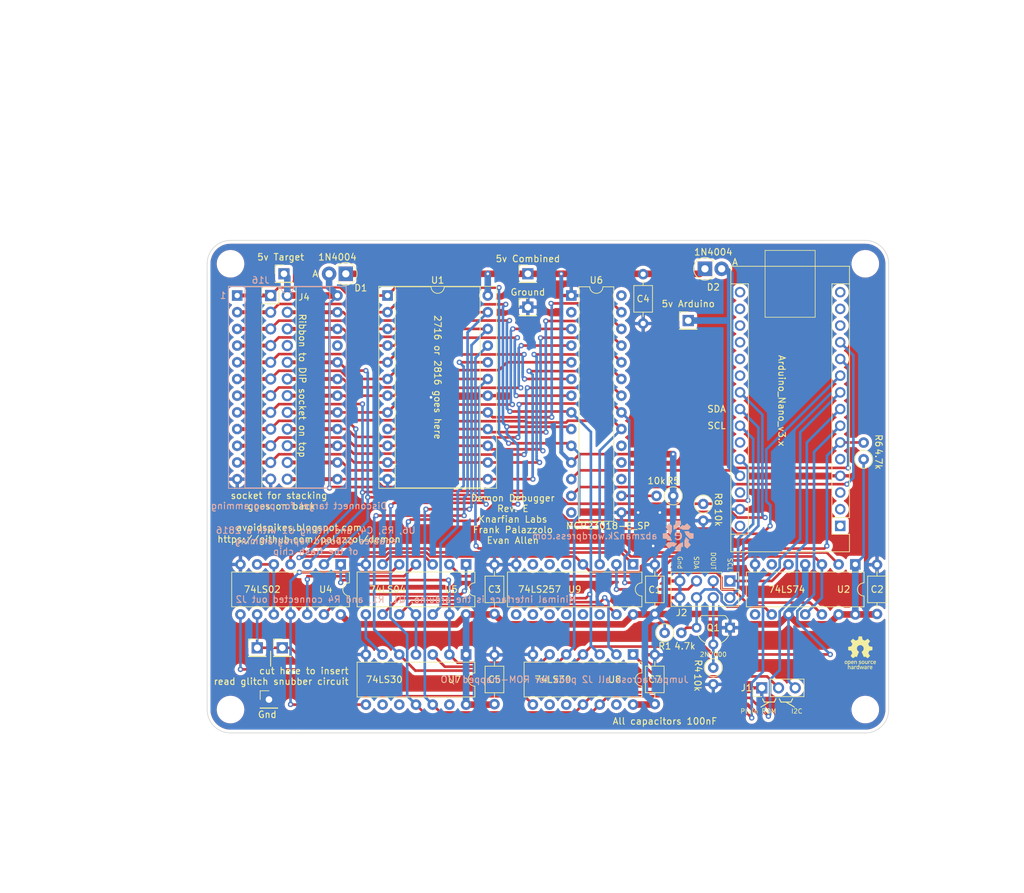
<source format=kicad_pcb>
(kicad_pcb (version 20211014) (generator pcbnew)
  (layers (0 "F.Cu" signal) (31 "B.Cu" signal) (34 "B.Paste" user) (35 "F.Paste" user) (36 "B.SilkS" user "B.Silkscreen") (37 "F.SilkS" user "F.Silkscreen") (38 "B.Mask" user) (39 "F.Mask" user) (44 "Edge.Cuts" user))
  (net 0 "")
  (net 1 "GND")
  (net 2 "A8")
  (net 3 "+5V")
  (net 4 "A9")
  (net 5 "/D2")
  (net 6 "A10")
  (net 7 "/D1")
  (net 8 "/D0")
  (net 10 "/A0")
  (net 11 "Target {slash}OE")
  (net 12 "/A1")
  (net 13 "/A2")
  (net 14 "/D7")
  (net 15 "/A3")
  (net 16 "/D6")
  (net 17 "/A4")
  (net 18 "/D5")
  (net 19 "Target {slash}CE")
  (net 20 "/D4")
  (net 21 "Net-(A1-Pad23)")
  (net 22 "/D3")
  (net 23 "Net-(J1-Pad2)")
  (net 29 "/SCL")
  (net 30 "/DOUT")
  (net 31 "Net-(J2-Pad3)")
  (net 32 "Net-(J2-Pad1)")
  (net 33 "+5VA")
  (net 34 "+5VD")
  (net 35 "SDA")
  (net 36 "/program WR")
  (net 42 "Net-(J3-Pad1)")
  (net 43 "A7")
  (net 47 "Net-(R5-Pad2)")
  (net 54 "/SCL2")
  (net 55 "/SDA2")
  (net 56 "A6")
  (net 57 "/target VPP")
  (net 58 "A5")
  (net 63 "FLASHD0")
  (net 64 "2816{slash}OE")
  (net 65 "{slash}WRITEARD")
  (net 66 "ROME")
  (net 67 "{slash}READARD")
  (net 68 "Net-(U4-Pad10)")
  (net 69 "Net-(U4-Pad11)")
  (net 70 "Net-(U4-Pad12)")
  (net 71 "Net-(U4-Pad13)")
  (net 72 "Net-(U5-Pad3)")
  (net 73 "Net-(U5-Pad10)")
  (net 83 "/Target OE")
  (net 85 "/Target CE")
  (net 86 "Net-(U5-Pad8)")
  (footprint "Capacitor_THT:C_Axial_L3.8mm_D2.6mm_P7.50mm_Horizontal" (layer "F.Cu") (at 128.27 150.562 90)
    (fp_text reference "C3")
    (fp_text value "0.1uF")
  )
  (footprint "Package_DIP:DIP-14_W7.62mm" (layer "F.Cu") (at 149.352 156.718 -90)
    (fp_text reference "U8")
    (fp_text value "74LS30")
  )
  (footprint "MountingHole:MountingHole_3.2mm_M3" (layer "F.Cu") (at 184.658 97.282)
    (fp_text reference "REF**" hide)
    (fp_text value "MountingHole_3.2mm_M3")
  )
  (footprint "Package_DIP:DIP-24_W15.24mm_Socket" (layer "F.Cu") (at 89.154 102.108)
    (fp_text reference "J16")
    (fp_text value "Target Interface, 2716 Pinout")
  )
  (footprint "Connector_PinHeader_2.54mm:PinHeader_1x01_P2.54mm_Vertical" (layer "F.Cu") (at 93.98 163.576)
    (fp_text reference "J6" hide)
    (fp_text value "Conn_01x01")
  )
  (footprint "Capacitor_THT:C_Axial_L3.8mm_D2.6mm_P7.50mm_Horizontal" (layer "F.Cu") (at 128.27 164.278 90)
    (fp_text reference "C5")
    (fp_text value "0.1uF")
  )
  (footprint "Evan's misc parts:OSHW gear" (layer "F.Cu") (at 183.896 156.464)
    (fp_text reference "G***" hide)
    (fp_text value "LOGO" hide)
  )
  (footprint "Package_DIP:DIP-14_W7.62mm" (layer "F.Cu") (at 123.957 156.728 -90)
    (fp_text reference "U7")
    (fp_text value "74LS30")
  )
  (footprint "Diode_THT:D_DO-41_SOD81_P2.54mm_Vertical_AnodeUp" (layer "F.Cu") (at 105.664 98.806 180)
    (fp_text reference "D1")
    (fp_text value "1N4004")
  )
  (footprint "Resistor_THT:R_Axial_DIN0207_L6.3mm_D2.5mm_P2.54mm_Vertical" (layer "F.Cu") (at 155.448 132.588 180)
    (fp_text reference "R5")
    (fp_text value "10k")
  )
  (footprint "Diode_THT:D_DO-41_SOD81_P2.54mm_Vertical_AnodeUp" (layer "F.Cu") (at 160.274 98.044)
    (fp_text reference "D2")
    (fp_text value "1N4004")
  )
  (footprint "Connector_PinHeader_2.54mm:PinHeader_2x04_P2.54mm_Vertical" (layer "F.Cu") (at 164.074 145.537 -90)
    (fp_text reference "J2")
    (fp_text value "Jumper Block")
  )
  (footprint "Capacitor_THT:C_Axial_L3.8mm_D2.6mm_P7.50mm_Horizontal" (layer "F.Cu") (at 150.876 98.866 -90)
    (fp_text reference "C4")
    (fp_text value "0.1uF")
  )
  (footprint "Resistor_THT:R_Axial_DIN0207_L6.3mm_D2.5mm_P2.54mm_Vertical" (layer "F.Cu") (at 154.149 153.416)
    (fp_text reference "R1")
    (fp_text value "4.7k")
  )
  (footprint "Package_DIP:DIP-24_W15.24mm_Socket" (layer "F.Cu") (at 112.014 102.108)
    (fp_text reference "U1")
    (fp_text value "2716")
  )
  (footprint "Package_DIP:DIP-28_W7.62mm" (layer "F.Cu") (at 139.954 102.108)
    (fp_text reference "U6")
    (fp_text value "MCP23018-E_SP")
  )
  (footprint "Connector_PinHeader_2.54mm:PinHeader_1x01_P2.54mm_Vertical" (layer "F.Cu") (at 157.734 105.918)
    (fp_text reference "J15" hide)
    (fp_text value "Conn_01x01")
  )
  (footprint "Package_DIP:DIP-16_W7.62mm" (layer "F.Cu") (at 149.352 143.012 -90)
    (fp_text reference "U9")
    (fp_text value "74LS257")
  )
  (footprint "MountingHole:MountingHole_3.2mm_M3" (layer "F.Cu") (at 88.138 97.282)
    (fp_text reference "REF**" hide)
    (fp_text value "MountingHole_3.2mm_M3")
  )
  (footprint "Connector_PinHeader_2.54mm:PinHeader_2x12_P2.54mm_Vertical" (layer "F.Cu") (at 94.234 102.108)
    (fp_text reference "J4")
    (fp_text value "Target Interface, 2716 Pinout")
  )
  (footprint "Package_DIP:DIP-14_W7.62mm" (layer "F.Cu") (at 123.957 143.012 -90)
    (fp_text reference "U5")
    (fp_text value "74LS04")
  )
  (footprint "Package_TO_SOT_THT:TO-92_Wide" (layer "F.Cu") (at 164.084 152.646 180)
    (fp_text reference "Q1")
    (fp_text value "2N7000")
  )
  (footprint "Connector_PinHeader_2.54mm:PinHeader_1x01_P2.54mm_Vertical" (layer "F.Cu") (at 133.35 103.886)
    (fp_text reference "J14" hide)
    (fp_text value "Conn_01x01")
  )
  (footprint "MountingHole:MountingHole_3.2mm_M3" (layer "F.Cu") (at 88.138 165.1)
    (fp_text reference "REF**" hide)
    (fp_text value "MountingHole_3.2mm_M3")
  )
  (footprint "Capacitor_THT:C_Axial_L3.8mm_D2.6mm_P7.50mm_Horizontal" (layer "F.Cu") (at 186.436 150.562 90)
    (fp_text reference "C2")
    (fp_text value "0.1uF")
  )
  (footprint "Module:Arduino_Nano" (layer "F.Cu") (at 180.848 137.16 180)
    (fp_text reference "A1" hide)
    (fp_text value "Arduino_Nano_v3.x")
  )
  (footprint "Resistor_THT:R_Axial_DIN0207_L6.3mm_D2.5mm_P2.54mm_Vertical" (layer "F.Cu") (at 160.02 133.829 -90)
    (fp_text reference "R8")
    (fp_text value "10k")
  )
  (footprint "Connector_PinHeader_2.54mm:PinHeader_1x01_P2.54mm_Vertical" (layer "F.Cu") (at 96.266 98.806)
    (fp_text reference "J12" hide)
    (fp_text value "Conn_01x01")
  )
  (footprint "Connector_PinHeader_2.54mm:PinHeader_1x01_P2.54mm_Vertical" (layer "F.Cu") (at 133.35 98.806)
    (fp_text reference "J13" hide)
    (fp_text value "Conn_01x01")
  )
  (footprint "Package_DIP:DIP-14_W7.62mm" (layer "F.Cu") (at 183.139 143.012 -90)
    (fp_text reference "U2")
    (fp_text value "74LS74")
  )
  (footprint "Package_DIP:DIP-14_W7.62mm" (layer "F.Cu") (at 104.887 143.012 -90)
    (fp_text reference "U4")
    (fp_text value "74LS02")
  )
  (footprint "Connector_PinHeader_2.54mm:PinHeader_1x03_P2.54mm_Vertical" (layer "F.Cu") (at 168.925 161.798 90)
    (fp_text reference "J1")
    (fp_text value "read region")
  )
  (footprint "Capacitor_THT:C_Axial_L3.8mm_D2.6mm_P7.50mm_Horizontal" (layer "F.Cu") (at 152.649 164.268 90)
    (fp_text reference "C7")
    (fp_text value "0.1uF")
  )
  (footprint "Capacitor_THT:C_Axial_L3.8mm_D2.6mm_P7.50mm_Horizontal" (layer "F.Cu") (at 152.654 150.562 90)
    (fp_text reference "C1")
    (fp_text value "0.1uF")
  )
  (footprint "MountingHole:MountingHole_3.2mm_M3" (layer "F.Cu") (at 184.658 165.1)
    (fp_text reference "REF**" hide)
    (fp_text value "MountingHole_3.2mm_M3")
  )
  (footprint "Resistor_THT:R_Axial_DIN0207_L6.3mm_D2.5mm_P2.54mm_Vertical" (layer "F.Cu") (at 184.404 127.029 90)
    (fp_text reference "R6")
    (fp_text value "4.7k")
  )
  (footprint "Connector_PinHeader_2.54mm:PinHeader_1x01_P2.54mm_Vertical" (layer "F.Cu") (at 92.202 155.702)
    (fp_text reference "J5" hide)
    (fp_text value "Conn_01x01")
  )
  (footprint "Connector_PinHeader_2.54mm:PinHeader_1x01_P2.54mm_Vertical" (layer "F.Cu") (at 96.012 155.702)
    (fp_text reference "J3" hide)
    (fp_text value "Conn_01x01")
  )
  (footprint "Resistor_THT:R_Axial_DIN0207_L6.3mm_D2.5mm_P2.54mm_Vertical" (layer "F.Cu") (at 161.544 158.721 -90)
    (fp_text reference "R4")
    (fp_text value "10k")
  )
  (footprint "Evan's misc parts:Evan Logo" (layer "B.Cu") (at 156.21 138.684 180)
    (fp_text reference "G***" hide)
    (fp_text value "LOGO" hide)
  )
  (gr_line (start 169.291 163.957) (end 170.815 163.957) (layer "F.SilkS") (width 0.15))
  (gr_line (start 169.291 163.957) (end 169.037 163.449) (layer "F.SilkS") (width 0.15))
  (gr_line (start 94.234 156.21) (end 94.234 158.496) (layer "F.SilkS") (width 0.15))
  (gr_line (start 171.831 163.957) (end 173.355 163.957) (layer "F.SilkS") (width 0.15))
  (gr_line (start 172.593 163.957) (end 173.863 164.719) (layer "F.SilkS") (width 0.15))
  (gr_line (start 171.831 163.957) (end 171.577 163.449) (layer "F.SilkS") (width 0.15))
  (gr_line (start 170.053 163.957) (end 168.783 164.719) (layer "F.SilkS") (width 0.15))
  (gr_line (start 170.815 163.957) (end 171.069 163.449) (layer "F.SilkS") (width 0.15))
  (gr_line (start 173.355 163.957) (end 173.609 163.449) (layer "F.SilkS") (width 0.15))
  (gr_line (start 84.582 97.282) (end 84.582 99.06) (layer "Edge.Cuts") (width 0.1))
  (gr_arc (start 188.214 165.1) (mid 187.172472 167.614472) (end 184.658 168.656) (layer "Edge.Cuts") (width 0.1))
  (gr_line (start 84.582 123.444) (end 84.582 146.812) (layer "Edge.Cuts") (width 0.1))
  (gr_line (start 184.658 168.656) (end 98.552 168.656) (layer "Edge.Cuts") (width 0.1))
  (gr_line (start 178.054 93.726) (end 184.658 93.726) (layer "Edge.Cuts") (width 0.1))
  (gr_line (start 84.582 165.1) (end 84.582 146.812) (layer "Edge.Cuts") (width 0.1))
  (gr_line (start 88.138 168.656) (end 98.552 168.656) (layer "Edge.Cuts") (width 0.1))
  (gr_line (start 88.138 93.726) (end 178.054 93.726) (layer "Edge.Cuts") (width 0.1))
  (gr_line (start 188.214 165.1) (end 188.214 97.282) (layer "Edge.Cuts") (width 0.1))
  (gr_arc (start 184.658 93.726) (mid 187.172472 94.767528) (end 188.214 97.282) (layer "Edge.Cuts") (width 0.1))
  (gr_arc (start 84.582 97.282) (mid 85.623528 94.767528) (end 88.138 93.726) (layer "Edge.Cuts") (width 0.1))
  (gr_line (start 84.582 123.444) (end 84.582 99.06) (layer "Edge.Cuts") (width 0.1))
  (gr_arc (start 88.138 168.656) (mid 85.623528 167.614472) (end 84.582 165.1) (layer "Edge.Cuts") (width 0.1))
  (gr_text "Jumper across all J2 pads for ROM-mapped I/O" (at 138.938 160.528) (layer "B.SilkS") (effects (font (size 1 1)) (justify mirror)))
  (gr_text "1" (at 86.995 102.108) (layer "B.SilkS") (effects (font (size 1 1)) (justify mirror)))
  (gr_text "Minimal interface is the arduino, Q1, R1, and R4 connected out J2" (at 114.808 148.336) (layer "B.SilkS") (effects (font (size 1 1)) (justify mirror)))
  (gr_text "U6, R5, C4, and fitting U1 with a 2816\nenables onboard reprogramming\nof the flash chip" (at 101.092 139.446) (layer "B.SilkS") (effects (font (size 1 1)) (justify mirror)))
  (gr_text "abzman2k.wordpress.com" (at 143.51 138.684) (layer "B.SilkS") (effects (font (size 1 1)) (justify mirror)))
  (gr_text "Disconnect target for programming" (at 98.552 134.112) (layer "B.SilkS") (effects (font (size 1 1)) (justify mirror)))
  (gr_text "SCL" (at 164.074 143.002 270) (layer "F.SilkS") (effects (font (size 0.7 0.7) (thickness 0.1))))
  (gr_text "cut here to insert\nread glitch snubber circuit" (at 106.172 160.02) (layer "F.SilkS") (effects (font (size 1 1)) (justify right)))
  (gr_text "Gnd" (at 93.726 165.862) (layer "F.SilkS") (effects (font (size 1 1))))
  (gr_text "Demon Debugger\nRev. E\nKnarfian Labs\nFrank Palazzolo\nEvan Allen" (at 131.064 136.144) (layer "F.SilkS") (effects (font (size 1 1))))
  (gr_text "2716 or 2816 goes here" (at 119.634 114.554 270) (layer "F.SilkS") (effects (font (size 1 1))))
  (gr_text "5v Combined" (at 133.35 96.52) (layer "F.SilkS") (effects (font (size 1 1))))
  (gr_text "Gnd" (at 156.464 142.748 270) (layer "F.SilkS") (effects (font (size 0.7 0.7) (thickness 0.1))))
  (gr_text "I2C" (at 174.244 165.354) (layer "F.SilkS") (effects (font (size 0.7 0.7) (thickness 0.1))))
  (gr_text "socket for stacking \ngoes on back" (at 95.885 133.35) (layer "F.SilkS") (effects (font (size 1 1))))
  (gr_text "Ground" (at 133.35 101.6) (layer "F.SilkS") (effects (font (size 1 1))))
  (gr_text "SDA" (at 158.964 142.748 270) (layer "F.SilkS") (effects (font (size 0.7 0.7) (thickness 0.1))))
  (gr_text "SDA" (at 162.052 119.38) (layer "F.SilkS") (effects (font (size 1 1))))
  (gr_text "https://github.com/palazzol/demon" (at 100.076 139.192) (layer "F.SilkS") (effects (font (size 1 1))))
  (gr_text "avoidspikes.blogspot.com" (at 98.552 137.414) (layer "F.SilkS") (effects (font (size 1 1))))
  (gr_text "All capacitors 100nF" (at 154.178 166.878) (layer "F.SilkS") (effects (font (size 1 1))))
  (gr_text "Ribbon to DIP socket on top" (at 99.06 115.824 270) (layer "F.SilkS") (effects (font (size 1 1))))
  (gr_text "DOUT" (at 161.544 142.494 270) (layer "F.SilkS") (effects (font (size 0.7 0.7) (thickness 0.1))))
  (gr_text "5v Target" (at 95.758 96.266) (layer "F.SilkS") (effects (font (size 1 1))))
  (gr_text "SCL" (at 162.052 121.92) (layer "F.SilkS") (effects (font (size 1 1))))
  (gr_text "Plain ROM" (at 168.402 165.354) (layer "F.SilkS") (effects (font (size 0.7 0.7) (thickness 0.1))))
  (gr_text "5v Arduino" (at 157.734 103.378) (layer "F.SilkS") (effects (font (size 1 1))))
  (via (at 153.416 135.128) (size 0.8) (drill 0.4) (layers "F.Cu" "B.Cu") (net 1))
  (via (at 152.4 140.208) (size 0.8) (drill 0.4) (layers "F.Cu" "B.Cu") (net 1))
  (via (at 118.618 117.602) (size 0.8) (drill 0.4) (layers "F.Cu" "B.Cu") (net 1))
  (via (at 150.114 135.128) (size 0.8) (drill 0.4) (layers "F.Cu" "B.Cu") (net 1))
  (segment (start 139.273449 159.176551) (end 116.245551 159.176551) (width 0.4) (layer "F.Cu") (net 2))
  (segment (start 127.254 104.648) (end 114.554 104.648) (width 0.4) (layer "F.Cu") (net 2))
  (segment (start 141.732 156.718) (end 142.931511 155.518489) (width 0.4) (layer "F.Cu") (net 2))
  (segment (start 141.732 156.718) (end 139.273449 159.176551) (width 0.4) (layer "F.Cu") (net 2))
  (segment (start 96.774 104.648) (end 104.394 104.648) (width 0.6) (layer "F.Cu") (net 2))
  (segment (start 123.660489 135.598489) (end 110.273511 135.598489) (width 0.4) (layer "F.Cu") (net 2))
  (segment (start 113.284 105.918) (end 106.553 105.918) (width 0.4) (layer "F.Cu") (net 2))
  (segment (start 114.554 104.648) (end 113.284 105.918) (width 0.4) (layer "F.Cu") (net 2))
  (segment (start 142.931511 155.518489) (end 160.250834 155.518489) (width 0.4) (layer "F.Cu") (net 2))
  (segment (start 105.283 104.648) (end 104.394 104.648) (width 0.4) (layer "F.Cu") (net 2))
  (segment (start 161.450345 156.718) (end 179.324 156.718) (width 0.4) (layer "F.Cu") (net 2))
  (segment (start 116.245551 159.176551) (end 113.797 156.728) (width 0.4) (layer "F.Cu") (net 2))
  (segment (start 160.250834 155.518489) (end 161.450345 156.718) (width 0.4) (layer "F.Cu") (net 2))
  (segment (start 106.553 105.918) (end 105.283 104.648) (width 0.4) (layer "F.Cu") (net 2))
  (via (at 179.324 156.718) (size 0.8) (drill 0.4) (layers "F.Cu" "B.Cu") (net 2))
  (via (at 110.273511 135.598489) (size 0.8) (drill 0.4) (layers "F.Cu" "B.Cu") (net 2))
  (via (at 123.660489 135.598489) (size 0.8) (drill 0.4) (layers "F.Cu" "B.Cu") (net 2))
  (segment (start 127.254 104.648) (end 124.18544 107.71656) (width 0.4) (layer "B.Cu") (net 2))
  (segment (start 176.859489 147.595145) (end 174.319489 150.135145) (width 0.4) (layer "B.Cu") (net 2))
  (segment (start 124.18544 132.35456) (end 123.660489 132.879511) (width 0.4) (layer "B.Cu") (net 2))
  (segment (start 113.797 156.728) (end 109.982 152.913) (width 0.4) (layer "B.Cu") (net 2))
  (segment (start 174.319489 150.135145) (end 174.319489 151.713489) (width 0.4) (layer "B.Cu") (net 2))
  (segment (start 123.660489 132.879511) (end 123.660489 135.598489) (width 0.4) (layer "B.Cu") (net 2))
  (segment (start 109.982 152.913) (end 109.982 135.89) (width 0.4) (layer "B.Cu") (net 2))
  (segment (start 176.859489 125.908511) (end 176.859489 147.595145) (width 0.4) (layer "B.Cu") (net 2))
  (segment (start 180.848 121.92) (end 176.859489 125.908511) (width 0.4) (layer "B.Cu") (net 2))
  (segment (start 109.982 135.89) (end 110.273511 135.598489) (width 0.4) (layer "B.Cu") (net 2))
  (segment (start 124.18544 107.71656) (end 124.18544 132.35456) (width 0.4) (layer "B.Cu") (net 2))
  (segment (start 174.319489 151.713489) (end 179.324 156.718) (width 0.4) (layer "B.Cu") (net 2))
  (segment (start 186.112 150.632) (end 186.182 150.562) (width 1) (layer "F.Cu") (net 3))
  (segment (start 129.839511 152.131511) (end 147.852489 152.131511) (width 1) (layer "F.Cu") (net 3))
  (segment (start 123.957 150.632) (end 122.457489 152.131511) (width 1) (layer "F.Cu") (net 3))
  (segment (start 128.2 164.348) (end 128.27 164.278) (width 1) (layer "F.Cu") (net 3))
  (segment (start 106.386511 152.131511) (end 104.887 150.632) (width 1) (layer "F.Cu") (net 3))
  (segment (start 128.2 150.632) (end 128.27 150.562) (width 1) (layer "F.Cu") (net 3))
  (segment (start 179.099489 152.131511) (end 180.599 150.632) (width 1) (layer "F.Cu") (net 3))
  (segment (start 128.27 150.562) (end 129.839511 152.131511) (width 1) (layer "F.Cu") (net 3))
  (segment (start 152.654 150.562) (end 164.899022 150.562) (width 1) (layer "F.Cu") (net 3))
  (segment (start 141.224 126.238) (end 149.098 126.238) (width 0.4) (layer "F.Cu") (net 3))
  (segment (start 149.352 164.338) (end 152.579 164.338) (width 1) (layer "F.Cu") (net 3))
  (segment (start 183.139 150.632) (end 186.112 150.632) (width 1) (layer "F.Cu") (net 3))
  (segment (start 138.684 98.806) (end 159.512 98.806) (width 1) (layer "F.Cu") (net 3))
  (segment (start 122.457489 152.131511) (end 106.386511 152.131511) (width 1) (layer "F.Cu") (net 3))
  (segment (start 171.479489 152.131511) (end 172.979 150.632) (width 1) (layer "F.Cu") (net 3))
  (segment (start 152.584 150.632) (end 152.654 150.562) (width 1) (layer "F.Cu") (net 3))
  (segment (start 127.254 98.806) (end 138.684 98.806) (width 1) (layer "F.Cu") (net 3))
  (segment (start 155.448 126.238) (end 149.098 126.238) (width 1) (layer "F.Cu") (net 3))
  (segment (start 172.979 150.632) (end 174.478511 152.131511) (width 1) (layer "F.Cu") (net 3))
  (segment (start 164.899022 150.562) (end 166.468533 152.131511) (width 1) (layer "F.Cu") (net 3))
  (segment (start 123.957 150.632) (end 128.2 150.632) (width 1) (layer "F.Cu") (net 3))
  (segment (start 139.954 127.508) (end 141.224 126.238) (width 0.4) (layer "F.Cu") (net 3))
  (segment (start 174.478511 152.131511) (end 179.099489 152.131511) (width 1) (layer "F.Cu") (net 3))
  (segment (start 147.852489 152.131511) (end 149.352 150.632) (width 1) (layer "F.Cu") (net 3))
  (segment (start 166.468533 152.131511) (end 171.479489 152.131511) (width 1) (layer "F.Cu") (net 3))
  (segment (start 105.664 98.806) (end 127.254 98.806) (width 1) (layer "F.Cu") (net 3))
  (segment (start 152.579 164.338) (end 152.649 164.268) (width 1) (layer "F.Cu") (net 3))
  (segment (start 123.957 164.348) (end 128.2 164.348) (width 1) (layer "F.Cu") (net 3))
  (segment (start 180.599 150.632) (end 183.139 150.632) (width 1) (layer "F.Cu") (net 3))
  (segment (start 149.352 150.632) (end 152.584 150.632) (width 1) (layer "F.Cu") (net 3))
  (segment (start 159.512 98.806) (end 160.02 98.298) (width 1) (layer "F.Cu") (net 3))
  (via (at 127.254 98.806) (size 0.8) (drill 0.4) (layers "F.Cu" "B.Cu") (net 3))
  (via (at 155.448 126.238) (size 0.8) (drill 0.4) (layers "F.Cu" "B.Cu") (net 3))
  (via (at 138.43 98.806) (size 0.8) (drill 0.4) (layers "F.Cu" "B.Cu") (net 3))
  (segment (start 155.448 132.588) (end 155.448 126.238) (width 1) (layer "B.Cu") (net 3))
  (segment (start 139.954 127.508) (end 138.43 125.984) (width 0.6) (layer "B.Cu") (net 3))
  (segment (start 183.139 150.632) (end 183.139 143.012) (width 1) (layer "B.Cu") (net 3))
  (segment (start 127.254 102.108) (end 127.254 98.806) (width 1) (layer "B.Cu") (net 3))
  (segment (start 151.149489 162.768489) (end 151.149489 152.066511) (width 1) (layer "B.Cu") (net 3))
  (segment (start 172.979 160.772) (end 172.979 150.632) (width 0.4) (layer "B.Cu") (net 3))
  (segment (start 152.654 150.562) (end 154.153511 149.062489) (width 1) (layer "B.Cu") (net 3))
  (segment (start 175.519 147.66352) (end 172.979 150.20352) (width 1) (layer "B.Cu") (net 3))
  (segment (start 174.005 161.798) (end 172.979 160.772) (width 0.4) (layer "B.Cu") (net 3))
  (segment (start 154.153511 149.062489) (end 154.153511 141.707511) (width 1) (layer "B.Cu") (net 3))
  (segment (start 151.149489 152.066511) (end 152.654 150.562) (width 1) (layer "B.Cu") (net 3))
  (segment (start 123.957 156.728) (end 123.957 150.632) (width 1) (layer "B.Cu") (net 3))
  (segment (start 184.404 141.747) (end 183.139 143.012) (width 0.4) (layer "B.Cu") (net 3))
  (segment (start 184.404 127.029) (end 184.404 141.747) (width 0.4) (layer "B.Cu") (net 3))
  (segment (start 154.149 153.416) (end 154.149 152.057) (width 0.4) (layer "B.Cu") (net 3))
  (segment (start 154.153511 141.707511) (end 155.448 140.413022) (width 1) (layer "B.Cu") (net 3))
  (segment (start 123.957 164.348) (end 123.957 156.728) (width 1) (layer "B.Cu") (net 3))
  (segment (start 172.979 150.20352) (end 172.979 150.632) (width 1) (layer "B.Cu") (net 3))
  (segment (start 155.448 140.413022) (end 155.448 132.588) (width 1) (layer "B.Cu") (net 3))
  (segment (start 154.149 152.057) (end 152.654 150.562) (width 0.4) (layer "B.Cu") (net 3))
  (segment (start 138.43 125.984) (end 138.43 98.806) (width 0.6) (layer "B.Cu") (net 3))
  (segment (start 152.649 164.268) (end 151.149489 162.768489) (width 1) (layer "B.Cu") (net 3))
  (segment (start 175.519 143.012) (end 175.519 147.66352) (width 1) (layer "B.Cu") (net 3))
  (segment (start 141.732 164.338) (end 143.601031 162.468969) (width 0.4) (layer "F.Cu") (net 4))
  (segment (start 96.774 107.188) (end 104.394 107.188) (width 0.6) (layer "F.Cu") (net 4))
  (segment (start 105.283 107.188) (end 104.394 107.188) (width 0.4) (layer "F.Cu") (net 4))
  (segment (start 156.972 163.322) (end 167.132 163.322) (width 0.4) (layer "F.Cu") (net 4))
  (segment (start 143.601031 162.468969) (end 156.118969 162.468969) (width 0.4) (layer "F.Cu") (net 4))
  (segment (start 118.877 164.348) (end 120.076511 165.547511) (width 0.4) (layer "F.Cu") (net 4))
  (segment (start 113.100489 108.387511) (end 106.482511 108.387511) (width 0.4) (layer "F.Cu") (net 4))
  (segment (start 120.076511 165.547511) (end 140.522489 165.547511) (width 0.4) (layer "F.Cu") (net 4))
  (segment (start 106.482511 108.387511) (end 105.283 107.188) (width 0.4) (layer "F.Cu") (net 4))
  (segment (start 127.254 107.188) (end 114.3 107.188) (width 0.4) (layer "F.Cu") (net 4))
  (segment (start 124.46 134.62) (end 117.856 134.62) (width 0.4) (layer "F.Cu") (net 4))
  (segment (start 114.3 107.188) (end 113.100489 108.387511) (width 0.4) (layer "F.Cu") (net 4))
  (segment (start 167.132 163.322) (end 169.926 166.116) (width 0.4) (layer "F.Cu") (net 4))
  (segment (start 140.522489 165.547511) (end 141.732 164.338) (width 0.4) (layer "F.Cu") (net 4))
  (segment (start 156.118969 162.468969) (end 156.972 163.322) (width 0.4) (layer "F.Cu") (net 4))
  (via (at 169.926 166.116) (size 0.8) (drill 0.4) (layers "F.Cu" "B.Cu") (net 4))
  (via (at 124.46 134.62) (size 0.8) (drill 0.4) (layers "F.Cu" "B.Cu") (net 4))
  (via (at 117.856 134.62) (size 0.8) (drill 0.4) (layers "F.Cu" "B.Cu") (net 4))
  (segment (start 174.244 147.574) (end 171.638511 150.179489) (width 0.4) (layer "B.Cu") (net 4))
  (segment (start 118.877 164.348) (end 117.677489 163.148489) (width 0.4) (layer "B.Cu") (net 4))
  (segment (start 117.677489 163.148489) (end 117.677489 136.219489) (width 0.4) (layer "B.Cu") (net 4))
  (segment (start 124.46 134.62) (end 124.78496 134.29504) (width 0.4) (layer "B.Cu") (net 4))
  (segment (start 175.768 124.46) (end 175.768 139.7) (width 0.4) (layer "B.Cu") (net 4))
  (segment (start 180.848 119.38) (end 175.768 124.46) (width 0.4) (layer "B.Cu") (net 4))
  (segment (start 171.638511 150.179489) (end 171.638511 159.084489) (width 0.4) (layer "B.Cu") (net 4))
  (segment (start 117.677489 136.219489) (end 117.677489 134.798511) (width 0.4) (layer "B.Cu") (net 4))
  (segment (start 170.174511 165.867489) (end 169.926 166.116) (width 0.4) (layer "B.Cu") (net 4))
  (segment (start 124.78496 109.65704) (end 127.254 107.188) (width 0.4) (layer "B.Cu") (net 4))
  (segment (start 170.174511 160.548489) (end 170.174511 165.867489) (width 0.4) (layer "B.Cu") (net 4))
  (segment (start 171.638511 159.084489) (end 170.174511 160.548489) (width 0.4) (layer "B.Cu") (net 4))
  (segment (start 175.768 139.7) (end 174.244 141.224) (width 0.4) (layer "B.Cu") (net 4))
  (segment (start 117.677489 134.798511) (end 117.856 134.62) (width 0.4) (layer "B.Cu") (net 4))
  (segment (start 174.244 141.224) (end 174.244 147.574) (width 0.4) (layer "B.Cu") (net 4))
  (segment (start 124.78496 134.29504) (end 124.78496 109.65704) (width 0.4) (layer "B.Cu") (net 4))
  (segment (start 89.154 127.508) (end 94.234 127.508) (width 0.6) (layer "F.Cu") (net 5))
  (segment (start 94.234 127.508) (end 95.483511 126.258489) (width 0.4) (layer "F.Cu") (net 5))
  (segment (start 133.279511 116.148489) (end 146.374489 116.148489) (width 0.4) (layer "F.Cu") (net 5))
  (segment (start 146.374489 116.148489) (end 147.574 117.348) (width 0.4) (layer "F.Cu") (net 5))
  (segment (start 112.014 127.508) (end 106.934 127.508) (width 0.4) (layer "F.Cu") (net 5))
  (segment (start 106.934 127.508) (end 105.684489 126.258489) (width 0.4) (layer "F.Cu") (net 5))
  (segment (start 113.14537 127.508) (end 114.344881 126.308489) (width 0.4) (layer "F.Cu") (net 5))
  (segment (start 95.483511 126.258489) (end 105.684489 126.258489) (width 0.4) (layer "F.Cu") (net 5))
  (segment (start 114.344881 126.308489) (end 132.771511 126.308489) (width 0.4) (layer "F.Cu") (net 5))
  (segment (start 112.014 127.508) (end 113.14537 127.508) (width 0.4) (layer "F.Cu") (net 5))
  (via (at 132.771511 126.308489) (size 0.8) (drill 0.4) (layers "F.Cu" "B.Cu") (net 5))
  (via (at 133.279511 116.148489) (size 0.8) (drill 0.4) (layers "F.Cu" "B.Cu") (net 5))
  (segment (start 133.096 125.984) (end 133.096 125.73) (width 0.4) (layer "B.Cu") (net 5))
  (segment (start 133.279511 116.148489) (end 133.096 116.332) (width 0.4) (layer "B.Cu") (net 5))
  (segment (start 133.096 116.332) (end 133.096 125.73) (width 0.4) (layer "B.Cu") (net 5))
  (segment (start 132.771511 126.308489) (end 133.096 125.984) (width 0.4) (layer "B.Cu") (net 5))
  (segment (start 145.541511 163.068489) (end 144.272 164.338) (width 0.4) (layer "F.Cu") (net 6))
  (segment (start 127 133.858) (end 126.787591 133.645591) (width 0.4) (layer "F.Cu") (net 6))
  (segment (start 155.870639 163.068489) (end 145.541511 163.068489) (width 0.4) (layer "F.Cu") (net 6))
  (segment (start 112.988409 133.645591) (end 112.522 134.112) (width 0.4) (layer "F.Cu") (net 6))
  (segment (start 142.462969 166.147031) (end 144.272 164.338) (width 0.4) (layer "F.Cu") (net 6))
  (segment (start 126.787591 133.645591) (end 112.988409 133.645591) (width 0.4) (layer "F.Cu") (net 6))
  (segment (start 105.283 114.808) (end 104.394 114.808) (width 0.4) (layer "F.Cu") (net 6))
  (segment (start 118.136031 166.147031) (end 142.462969 166.147031) (width 0.4) (layer "F.Cu") (net 6))
  (segment (start 127.254 114.808) (end 114.3 114.808) (width 0.4) (layer "F.Cu") (net 6))
  (segment (start 156.72367 163.92152) (end 155.870639 163.068489) (width 0.4) (layer "F.Cu") (net 6))
  (segment (start 96.774 114.808) (end 104.394 114.808) (width 0.6) (layer "F.Cu") (net 6))
  (segment (start 116.337 164.348) (end 118.136031 166.147031) (width 0.4) (layer "F.Cu") (net 6))
  (segment (start 114.3 114.808) (end 113.03 116.078) (width 0.4) (layer "F.Cu") (net 6))
  (segment (start 113.03 116.078) (end 106.553 116.078) (width 0.4) (layer "F.Cu") (net 6))
  (segment (start 106.553 116.078) (end 105.283 114.808) (width 0.4) (layer "F.Cu") (net 6))
  (segment (start 167.386 166.37) (end 164.93752 163.92152) (width 0.4) (layer "F.Cu") (net 6))
  (segment (start 164.93752 163.92152) (end 156.72367 163.92152) (width 0.4) (layer "F.Cu") (net 6))
  (via (at 167.386 166.37) (size 0.8) (drill 0.4) (layers "F.Cu" "B.Cu") (net 6))
  (via (at 112.522 134.112) (size 0.8) (drill 0.4) (layers "F.Cu" "B.Cu") (net 6))
  (via (at 127 133.858) (size 0.8) (drill 0.4) (layers "F.Cu" "B.Cu") (net 6))
  (segment (start 114.996511 163.007511) (end 114.996511 153.668855) (width 0.4) (layer "B.Cu") (net 6))
  (segment (start 112.456511 134.177489) (end 112.522 134.112) (width 0.4) (layer "B.Cu") (net 6))
  (segment (start 125.984 116.078) (end 125.984 131.826) (width 0.4) (layer "B.Cu") (net 6))
  (segment (start 125.984 131.826) (end 125.984 132.842) (width 0.4) (layer "B.Cu") (net 6))
  (segment (start 116.337 164.348) (end 114.996511 163.007511) (width 0.4) (layer "B.Cu") (net 6))
  (segment (start 167.386 161.036) (end 167.386 166.37) (width 0.4) (layer "B.Cu") (net 6))
  (segment (start 171.638511 142.305489) (end 171.638511 143.508855) (width 0.4) (layer "B.Cu") (net 6))
  (segment (start 169.098511 159.323489) (end 167.386 161.036) (width 0.4) (layer "B.Cu") (net 6))
  (segment (start 169.098511 146.048855) (end 169.098511 159.323489) (width 0.4) (layer "B.Cu") (net 6))
  (segment (start 174.752 139.192) (end 171.638511 142.305489) (width 0.4) (layer "B.Cu") (net 6))
  (segment (start 171.638511 143.508855) (end 169.098511 146.048855) (width 0.4) (layer "B.Cu") (net 6))
  (segment (start 114.996511 153.668855) (end 112.456511 151.128855) (width 0.4) (layer "B.Cu") (net 6))
  (segment (start 112.456511 151.128855) (end 112.456511 134.177489) (width 0.4) (layer "B.Cu") (net 6))
  (segment (start 127.254 114.808) (end 125.984 116.078) (width 0.4) (layer "B.Cu") (net 6))
  (segment (start 125.984 132.842) (end 127 133.858) (width 0.4) (layer "B.Cu") (net 6))
  (segment (start 180.848 116.84) (end 174.752 122.936) (width 0.4) (layer "B.Cu") (net 6))
  (segment (start 174.752 122.936) (end 174.752 139.192) (width 0.4) (layer "B.Cu") (net 6))
  (segment (start 155.194 144.272) (end 154.00985 144.272) (width 0.4) (layer "F.Cu") (net 7))
  (segment (start 178.059 150.632) (end 176.259969 148.832969) (width 0.4) (layer "F.Cu") (net 7))
  (segment (start 162.036076 144.272) (end 155.194 144.272) (width 0.4) (layer "F.Cu") (net 7))
  (segment (start 112.014 124.968) (end 106.934 124.968) (width 0.4) (layer "F.Cu") (net 7))
  (segment (start 154.00985 144.272) (end 152.485849 145.796) (width 0.4) (layer "F.Cu") (net 7))
  (segment (start 113.14537 124.968) (end 114.41537 123.698) (width 0.4) (layer "F.Cu") (net 7))
  (segment (start 176.259969 148.832969) (end 166.597045 148.832969) (width 0.4) (layer "F.Cu") (net 7))
  (segment (start 152.485849 145.796) (end 148.082 145.796) (width 0.4) (layer "F.Cu") (net 7))
  (segment (start 94.234 124.968) (end 95.483511 123.718489) (width 0.4) (layer "F.Cu") (net 7))
  (segment (start 162.783511 145.019435) (end 162.036076 144.272) (width 0.4) (layer "F.Cu") (net 7))
  (segment (start 164.591565 146.827489) (end 162.899415 146.827489) (width 0.4) (layer "F.Cu") (net 7))
  (segment (start 114.41537 123.698) (end 131.826 123.698) (width 0.4) (layer "F.Cu") (net 7))
  (segment (start 112.014 124.968) (end 113.14537 124.968) (width 0.4) (layer "F.Cu") (net 7))
  (segment (start 95.483511 123.718489) (end 105.684489 123.718489) (width 0.4) (layer "F.Cu") (net 7))
  (segment (start 162.899415 146.827489) (end 162.783511 146.711585) (width 0.4) (layer "F.Cu") (net 7))
  (segment (start 162.783511 146.711585) (end 162.783511 145.019435) (width 0.4) (layer "F.Cu") (net 7))
  (segment (start 89.154 124.968) (end 94.234 124.968) (width 0.6) (layer "F.Cu") (net 7))
  (segment (start 132.150489 118.547511) (end 146.233511 118.547511) (width 0.4) (layer "F.Cu") (net 7))
  (segment (start 106.934 124.968) (end 105.684489 123.718489) (width 0.4) (layer "F.Cu") (net 7))
  (segment (start 166.597045 148.832969) (end 164.591565 146.827489) (width 0.4) (layer "F.Cu") (net 7))
  (segment (start 132.009511 118.688489) (end 132.150489 118.547511) (width 0.4) (layer "F.Cu") (net 7))
  (segment (start 146.233511 118.547511) (end 147.574 119.888) (width 0.4) (layer "F.Cu") (net 7))
  (via (at 131.826 123.698) (size 0.8) (drill 0.4) (layers "F.Cu" "B.Cu") (net 7))
  (via (at 132.009511 118.688489) (size 0.8) (drill 0.4) (layers "F.Cu" "B.Cu") (net 7))
  (via (at 148.082 145.796) (size 0.8) (drill 0.4) (layers "F.Cu" "B.Cu") (net 7))
  (segment (start 148.773511 141.191467) (end 148.082 141.882978) (width 0.4) (layer "B.Cu") (net 7))
  (segment (start 132.009511 118.688489) (end 132.009511 123.768489) (width 0.4) (layer "B.Cu") (net 7))
  (segment (start 148.773511 121.087511) (end 148.773511 141.191467) (width 0.4) (layer "B.Cu") (net 7))
  (segment (start 148.082 141.882978) (end 148.082 145.796) (width 0.4) (layer "B.Cu") (net 7))
  (segment (start 147.574 119.888) (end 148.773511 121.087511) (width 0.4) (layer "B.Cu") (net 7))
  (segment (start 95.483511 121.178489) (end 105.938489 121.178489) (width 0.4) (layer "F.Cu") (net 8))
  (segment (start 118.525339 141.812489) (end 117.925819 141.212969) (width 0.4) (layer "F.Cu") (net 8))
  (segment (start 152.065511 141.812489) (end 150.551511 143.326489) (width 0.4) (layer "F.Cu") (net 8))
  (segment (start 89.154 122.428) (end 94.234 122.428) (width 0.6) (layer "F.Cu") (net 8))
  (segment (start 117.925819 141.212969) (end 112.208181 141.212969) (width 0.4) (layer "F.Cu") (net 8))
  (segment (start 107.188 122.428) (end 105.938489 121.178489) (width 0.4) (layer "F.Cu") (net 8))
  (segment (start 141.732 143.012) (end 140.532489 141.812489) (width 0.4) (layer "F.Cu") (net 8))
  (segment (start 165.949661 141.812489) (end 152.065511 141.812489) (width 0.4) (layer "F.Cu") (net 8))
  (segment (start 140.532489 141.812489) (end 118.525339 141.812489) (width 0.4) (layer "F.Cu") (net 8))
  (segment (start 98.725511 141.812489) (end 98.552 141.986) (width 0.4) (layer "F.Cu") (net 8))
  (segment (start 112.208181 141.212969) (end 111.608661 141.812489) (width 0.4) (layer "F.Cu") (net 8))
  (segment (start 111.608661 141.812489) (end 98.725511 141.812489) (width 0.4) (layer "F.Cu") (net 8))
  (segment (start 94.234 122.428) (end 95.483511 121.178489) (width 0.4) (layer "F.Cu") (net 8))
  (segment (start 166.549181 141.212969) (end 165.949661 141.812489) (width 0.4) (layer "F.Cu") (net 8))
  (segment (start 180.599 143.012) (end 178.799969 141.212969) (width 0.4) (layer "F.Cu") (net 8))
  (segment (start 150.551511 143.326489) (end 150.551511 144.211511) (width 0.4) (layer "F.Cu") (net 8))
  (segment (start 178.799969 141.212969) (end 166.549181 141.212969) (width 0.4) (layer "F.Cu") (net 8))
  (segment (start 150.551511 144.211511) (end 142.931511 144.211511) (width 0.4) (layer "F.Cu") (net 8))
  (segment (start 142.931511 144.211511) (end 141.732 143.012) (width 0.4) (layer "F.Cu") (net 8))
  (via (at 107.188 122.428) (size 0.8) (drill 0.4) (layers "F.Cu" "B.Cu") (net 8))
  (via (at 98.552 141.986) (size 0.8) (drill 0.4) (layers "F.Cu" "B.Cu") (net 8))
  (segment (start 99.06 141.986) (end 98.552 141.986) (width 0.4) (layer "B.Cu") (net 8))
  (segment (start 107.188 133.858) (end 99.06 141.986) (width 0.4) (layer "B.Cu") (net 8))
  (segment (start 107.188 122.428) (end 107.188 133.858) (width 0.4) (layer "B.Cu") (net 8))
  (segment (start 95.483511 118.638489) (end 105.516339 118.638489) (width 0.4) (layer "F.Cu") (net 10))
  (segment (start 112.014 119.888) (end 113.213511 118.688489) (width 0.4) (layer "F.Cu") (net 10))
  (segment (start 89.154 119.888) (end 94.234 119.888) (width 0.6) (layer "F.Cu") (net 10))
  (segment (start 106.76585 119.888) (end 112.014 119.888) (width 0.4) (layer "F.Cu") (net 10))
  (segment (start 105.516339 118.638489) (end 106.76585 119.888) (width 0.4) (layer "F.Cu") (net 10))
  (segment (start 131.064 107.188) (end 139.954 107.188) (width 0.4) (layer "F.Cu") (net 10))
  (segment (start 113.213511 118.688489) (end 130.993511 118.688489) (width 0.4) (layer "F.Cu") (net 10))
  (segment (start 94.234 119.888) (end 95.483511 118.638489) (width 0.4) (layer "F.Cu") (net 10))
  (via (at 130.993511 118.688489) (size 0.8) (drill 0.4) (layers "F.Cu" "B.Cu") (net 10))
  (via (at 131.064 107.188) (size 0.8) (drill 0.4) (layers "F.Cu" "B.Cu") (net 10))
  (segment (start 130.760071 113.538) (end 130.760071 109.22) (width 0.4) (layer "B.Cu") (net 10))
  (segment (start 130.993511 118.688489) (end 130.760071 118.455049) (width 0.4) (layer "B.Cu") (net 10))
  (segment (start 130.760071 118.455049) (end 130.760071 113.538) (width 0.4) (layer "B.Cu") (net 10))
  (segment (start 131.064 107.188) (end 131.014071 107.188) (width 0.4) (layer "B.Cu") (net 10))
  (segment (start 131.014071 107.188) (end 130.760071 107.442) (width 0.4) (layer "B.Cu") (net 10))
  (segment (start 130.760071 109.22) (end 130.760071 107.442) (width 0.4) (layer "B.Cu") (net 10))
  (segment (start 168.980489 138.359511) (end 165.111145 138.359511) (width 0.4) (layer "F.Cu") (net 11))
  (segment (start 110.198489 132.804489) (end 109.003511 132.804489) (width 0.4) (layer "F.Cu") (net 11))
  (segment (start 104.648 112.268) (end 104.394 112.268) (width 0.4) (layer "F.Cu") (net 11))
  (segment (start 96.774 112.268) (end 104.394 112.268) (width 0.6) (layer "F.Cu") (net 11))
  (segment (start 165.111145 138.359511) (end 164.320145 137.568511) (width 0.4) (layer "F.Cu") (net 11))
  (segment (start 108.712 113.538) (end 105.918 113.538) (width 0.4) (layer "F.Cu") (net 11))
  (segment (start 170.18 137.16) (end 168.980489 138.359511) (width 0.4) (layer "F.Cu") (net 11))
  (segment (start 110.440071 133.046071) (end 110.198489 132.804489) (width 0.4) (layer "F.Cu") (net 11))
  (segment (start 105.918 113.538) (end 104.648 112.268) (width 0.4) (layer "F.Cu") (net 11))
  (segment (start 139.208816 136.927031) (end 135.327855 133.046071) (width 0.4) (layer "F.Cu") (net 11))
  (segment (start 144.91348 137.568511) (end 144.272 136.927031) (width 0.4) (layer "F.Cu") (net 11))
  (segment (start 144.272 136.927031) (end 139.208816 136.927031) (width 0.4) (layer "F.Cu") (net 11))
  (segment (start 135.327855 133.046071) (end 110.440071 133.046071) (width 0.4) (layer "F.Cu") (net 11))
  (segment (start 164.320145 137.568511) (end 144.91348 137.568511) (width 0.4) (layer "F.Cu") (net 11))
  (via (at 109.003511 132.804489) (size 0.8) (drill 0.4) (layers "F.Cu" "B.Cu") (net 11))
  (via (at 170.18 137.16) (size 0.8) (drill 0.4) (layers "F.Cu" "B.Cu") (net 11))
  (via (at 108.712 113.538) (size 0.8) (drill 0.4) (layers "F.Cu" "B.Cu") (net 11))
  (segment (start 108.712 113.538) (end 109.003511 113.829511) (width 0.4) (layer "B.Cu") (net 11))
  (segment (start 169.605573 125.542427) (end 169.605573 133.416427) (width 0.4) (layer "B.Cu") (net 11))
  (segment (start 170.217511 137.122489) (end 170.18 137.16) (width 0.4) (layer "B.Cu") (net 11))
  (segment (start 109.003511 113.829511) (end 109.003511 132.804489) (width 0.4) (layer "B.Cu") (net 11))
  (segment (start 169.605573 133.416427) (end 170.217511 134.028365) (width 0.4) (layer "B.Cu") (net 11))
  (segment (start 109.003511 136.360489) (end 108.998511 136.360489) (width 0.4) (layer "B.Cu") (net 11))
  (segment (start 170.217511 134.028365) (end 170.217511 137.122489) (width 0.4) (layer "B.Cu") (net 11))
  (segment (start 108.998511 136.360489) (end 102.347 143.012) (width 0.4) (layer "B.Cu") (net 11))
  (segment (start 109.003511 132.804489) (end 109.003511 136.360489) (width 0.4) (layer "B.Cu") (net 11))
  (segment (start 180.848 114.3) (end 169.605573 125.542427) (width 0.4) (layer "B.Cu") (net 11))
  (segment (start 106.553 117.348) (end 112.014 117.348) (width 0.4) (layer "F.Cu") (net 12))
  (segment (start 113.03 117.348) (end 114.229511 116.148489) (width 0.4) (layer "F.Cu") (net 12))
  (segment (start 89.154 117.348) (end 94.234 117.348) (width 0.6) (layer "F.Cu") (net 12))
  (segment (start 94.234 117.348) (end 95.483511 116.098489) (width 0.4) (layer "F.Cu") (net 12))
  (segment (start 95.483511 116.098489) (end 105.303489 116.098489) (width 0.4) (layer "F.Cu") (net 12))
  (segment (start 112.014 117.348) (end 113.03 117.348) (width 0.4) (layer "F.Cu") (net 12))
  (segment (start 132.334 109.728) (end 139.954 109.728) (width 0.4) (layer "F.Cu") (net 12))
  (segment (start 114.229511 116.148489) (end 132.263511 116.148489) (width 0.4) (layer "F.Cu") (net 12))
  (segment (start 105.303489 116.098489) (end 106.553 117.348) (width 0.4) (layer "F.Cu") (net 12))
  (via (at 132.334 109.728) (size 0.8) (drill 0.4) (layers "F.Cu" "B.Cu") (net 12))
  (via (at 132.263511 116.148489) (size 0.8) (drill 0.4) (layers "F.Cu" "B.Cu") (net 12))
  (segment (start 132.334 109.728) (end 131.959111 110.102889) (width 0.4) (layer "B.Cu") (net 12))
  (segment (start 131.959111 110.102889) (end 131.959111 110.623111) (width 0.4) (layer "B.Cu") (net 12))
  (segment (start 132.263511 116.148489) (end 131.959111 115.844089) (width 0.4) (layer "B.Cu") (net 12))
  (segment (start 131.959111 115.844089) (end 131.959111 110.623111) (width 0.4) (layer "B.Cu") (net 12))
  (segment (start 94.234 114.808) (end 95.483511 113.558489) (width 0.4) (layer "F.Cu") (net 13))
  (segment (start 106.13085 114.808) (end 112.014 114.808) (width 0.4) (layer "F.Cu") (net 13))
  (segment (start 104.881339 113.558489) (end 106.13085 114.808) (width 0.4) (layer "F.Cu") (net 13))
  (segment (start 95.483511 113.558489) (end 104.881339 113.558489) (width 0.4) (layer "F.Cu") (net 13))
  (segment (start 128.961511 113.467511) (end 113.354489 113.467511) (width 0.4) (layer "F.Cu") (net 13))
  (segment (start 139.954 112.268) (end 130.161022 112.268) (width 0.4) (layer "F.Cu") (net 13))
  (segment (start 89.154 114.808) (end 94.234 114.808) (width 0.6) (layer "F.Cu") (net 13))
  (segment (start 130.161022 112.268) (end 128.961511 113.467511) (width 0.4) (layer "F.Cu") (net 13))
  (segment (start 113.354489 113.467511) (end 112.014 114.808) (width 0.4) (layer "F.Cu") (net 13))
  (segment (start 107.117511 121.087511) (end 105.918 119.888) (width 0.4) (layer "F.Cu") (net 14))
  (segment (start 127.254 119.888) (end 127.994969 120.628969) (width 0.4) (layer "F.Cu") (net 14))
  (segment (start 146.233511 103.307511) (end 147.574 104.648) (width 0.4) (layer "F.Cu") (net 14))
  (segment (start 127.994969 120.628969) (end 136.977831 120.628969) (width 0.4) (layer "F.Cu") (net 14))
  (segment (start 127.254 119.888) (end 114.3 119.888) (width 0.4) (layer "F.Cu") (net 14))
  (segment (start 105.918 119.888) (end 104.394 119.888) (width 0.4) (layer "F.Cu") (net 14))
  (segment (start 136.874889 103.307511) (end 146.233511 103.307511) (width 0.4) (layer "F.Cu") (net 14))
  (segment (start 113.100489 121.087511) (end 107.117511 121.087511) (width 0.4) (layer "F.Cu") (net 14))
  (segment (start 114.3 119.888) (end 113.100489 121.087511) (width 0.4) (layer "F.Cu") (net 14))
  (segment (start 96.774 119.888) (end 104.394 119.888) (width 0.6) (layer "F.Cu") (net 14))
  (via (at 136.874889 103.307511) (size 0.8) (drill 0.4) (layers "F.Cu" "B.Cu") (net 14))
  (via (at 136.977831 120.628969) (size 0.8) (drill 0.4) (layers "F.Cu" "B.Cu") (net 14))
  (segment (start 136.874889 103.307511) (end 136.977831 103.410453) (width 0.4) (layer "B.Cu") (net 14))
  (segment (start 136.977831 103.410453) (end 136.977831 120.628969) (width 0.4) (layer "B.Cu") (net 14))
  (segment (start 89.154 112.268) (end 94.234 112.268) (width 0.6) (layer "F.Cu") (net 15))
  (segment (start 112.014 112.268) (end 106.553 112.268) (width 0.4) (layer "F.Cu") (net 15))
  (segment (start 132.842 114.808) (end 139.954 114.808) (width 0.4) (layer "F.Cu") (net 15))
  (segment (start 106.553 112.268) (end 105.303489 111.018489) (width 0.4) (layer "F.Cu") (net 15))
  (segment (start 105.303489 111.018489) (end 95.483511 111.018489) (width 0.4) (layer "F.Cu") (net 15))
  (segment (start 112.014 112.268) (end 113.213511 111.068489) (width 0.4) (layer "F.Cu") (net 15))
  (segment (start 131.388489 111.068489) (end 132.771511 111.068489) (width 0.4) (layer "F.Cu") (net 15))
  (segment (start 95.483511 111.018489) (end 94.234 112.268) (width 0.4) (layer "F.Cu") (net 15))
  (segment (start 113.213511 111.068489) (end 131.388489 111.068489) (width 0.4) (layer "F.Cu") (net 15))
  (segment (start 131.388489 111.068489) (end 132.517511 111.068489) (width 0.4) (layer "F.Cu") (net 15))
  (via (at 132.842 114.808) (size 0.8) (drill 0.4) (layers "F.Cu" "B.Cu") (net 15))
  (via (at 132.771511 111.068489) (size 0.8) (drill 0.4) (layers "F.Cu" "B.Cu") (net 15))
  (segment (start 132.771511 111.068489) (end 132.558631 111.281369) (width 0.4) (layer "B.Cu") (net 15))
  (segment (start 132.842 114.808) (end 132.558631 114.524631) (width 0.4) (layer "B.Cu") (net 15))
  (segment (start 132.558631 114.524631) (end 132.558631 113.821369) (width 0.4) (layer "B.Cu") (net 15))
  (segment (start 132.558631 111.281369) (end 132.558631 113.821369) (width 0.4) (layer "B.Cu") (net 15))
  (segment (start 114.413022 122.428) (end 113.213511 123.627511) (width 0.4) (layer "F.Cu") (net 16))
  (segment (start 127.724489 122.898489) (end 127.254 122.428) (width 0.4) (layer "F.Cu") (net 16))
  (segment (start 113.213511 123.627511) (end 107.117511 123.627511) (width 0.4) (layer "F.Cu") (net 16))
  (segment (start 96.774 122.428) (end 104.394 122.428) (width 0.6) (layer "F.Cu") (net 16))
  (segment (start 127.254 122.428) (end 114.413022 122.428) (width 0.4) (layer "F.Cu") (net 16))
  (segment (start 105.918 122.428) (end 107.117511 123.627511) (width 0.4) (layer "F.Cu") (net 16))
  (segment (start 104.394 122.428) (end 105.918 122.428) (width 0.4) (layer "F.Cu") (net 16))
  (segment (start 136.105311 122.898489) (end 127.724489 122.898489) (width 0.4) (layer "F.Cu") (net 16))
  (segment (start 146.374489 105.988489) (end 147.574 107.188) (width 0.4) (layer "F.Cu") (net 16))
  (segment (start 136.073511 105.988489) (end 146.374489 105.988489) (width 0.4) (layer "F.Cu") (net 16))
  (via (at 136.105311 122.898489) (size 0.8) (drill 0.4) (layers "F.Cu" "B.Cu") (net 16))
  (via (at 136.073511 105.988489) (size 0.8) (drill 0.4) (layers "F.Cu" "B.Cu") (net 16))
  (segment (start 136.077573 105.992551) (end 136.077573 122.870751) (width 0.4) (layer "B.Cu") (net 16))
  (segment (start 136.073511 105.988489) (end 136.077573 105.992551) (width 0.4) (layer "B.Cu") (net 16))
  (segment (start 136.077573 122.870751) (end 136.105311 122.898489) (width 0.4) (layer "B.Cu") (net 16))
  (segment (start 106.553 109.728) (end 112.014 109.728) (width 0.4) (layer "F.Cu") (net 17))
  (segment (start 112.014 109.728) (end 113.03 109.728) (width 0.4) (layer "F.Cu") (net 17))
  (segment (start 89.154 109.728) (end 94.234 109.728) (width 0.6) (layer "F.Cu") (net 17))
  (segment (start 114.229511 108.528489) (end 131.755511 108.528489) (width 0.4) (layer "F.Cu") (net 17))
  (segment (start 105.303489 108.478489) (end 106.553 109.728) (width 0.4) (layer "F.Cu") (net 17))
  (segment (start 95.483511 108.478489) (end 94.234 109.728) (width 0.4) (layer "F.Cu") (net 17))
  (segment (start 113.03 109.728) (end 114.229511 108.528489) (width 0.4) (layer "F.Cu") (net 17))
  (segment (start 95.483511 108.478489) (end 105.303489 108.478489) (width 0.4) (layer "F.Cu") (net 17))
  (segment (start 131.572 117.348) (end 139.954 117.348) (width 0.4) (layer "F.Cu") (net 17))
  (via (at 131.755511 108.528489) (size 0.8) (drill 0.4) (layers "F.Cu" "B.Cu") (net 17))
  (via (at 131.572 117.348) (size 0.8) (drill 0.4) (layers "F.Cu" "B.Cu") (net 17))
  (segment (start 131.359591 108.924409) (end 131.359591 116.881591) (width 0.4) (layer "B.Cu") (net 17))
  (segment (start 131.755511 108.528489) (end 131.359591 108.924409) (width 0.4) (layer "B.Cu") (net 17))
  (segment (start 131.359591 117.135591) (end 131.359591 116.881591) (width 0.4) (layer "B.Cu") (net 17))
  (segment (start 131.572 117.348) (end 131.359591 117.135591) (width 0.4) (layer "B.Cu") (net 17))
  (segment (start 114.413022 124.968) (end 113.213511 126.167511) (width 0.4) (layer "F.Cu") (net 18))
  (segment (start 127.254 124.968) (end 114.413022 124.968) (width 0.4) (layer "F.Cu") (net 18))
  (segment (start 105.664 124.968) (end 104.394 124.968) (width 0.4) (layer "F.Cu") (net 18))
  (segment (start 127.794978 125.508978) (end 127.254 124.968) (width 0.4) (layer "F.Cu") (net 18))
  (segment (start 146.374489 108.528489) (end 147.574 109.728) (width 0.4) (layer "F.Cu") (net 18))
  (segment (start 113.213511 126.167511) (end 106.863511 126.167511) (width 0.4) (layer "F.Cu") (net 18))
  (segment (start 135.636 125.73) (end 135.414978 125.508978) (width 0.4) (layer "F.Cu") (net 18))
  (segment (start 96.774 124.968) (end 104.394 124.968) (width 0.6) (layer "F.Cu") (net 18))
  (segment (start 135.278062 108.561938) (end 135.311511 108.528489) (width 0.4) (layer "F.Cu") (net 18))
  (segment (start 106.863511 126.167511) (end 105.664 124.968) (width 0.4) (layer "F.Cu") (net 18))
  (segment (start 135.414978 125.508978) (end 127.794978 125.508978) (width 0.4) (layer "F.Cu") (net 18))
  (segment (start 135.311511 108.528489) (end 146.374489 108.528489) (width 0.4) (layer "F.Cu") (net 18))
  (via (at 135.636 125.73) (size 0.8) (drill 0.4) (layers "F.Cu" "B.Cu") (net 18))
  (via (at 135.278062 108.561938) (size 0.8) (drill 0.4) (layers "F.Cu" "B.Cu") (net 18))
  (segment (start 135.636 125.73) (end 135.278062 125.372062) (width 0.4) (layer "B.Cu") (net 18))
  (segment (start 135.278062 125.372062) (end 135.278062 108.561938) (width 0.4) (layer "B.Cu") (net 18))
  (segment (start 164.320145 135.028511) (end 165.181634 135.89) (width 0.4) (layer "F.Cu") (net 19))
  (segment (start 139.457145 136.327511) (end 157.351511 136.327511) (width 0.4) (layer "F.Cu") (net 19))
  (segment (start 108.204 118.618) (end 106.807 118.618) (width 0.4) (layer "F.Cu") (net 19))
  (segment (start 108.204 132.08) (end 108.279022 132.004978) (width 0.4) (layer "F.Cu") (net 19))
  (segment (start 110.825831 132.446551) (end 135.576185 132.446551) (width 0.4) (layer "F.Cu") (net 19))
  (segment (start 135.576185 132.446551) (end 139.457145 136.327511) (width 0.4) (layer "F.Cu") (net 19))
  (segment (start 110.384258 132.004978) (end 110.825831 132.446551) (width 0.4) (layer "F.Cu") (net 19))
  (segment (start 105.537 117.348) (end 106.807 118.618) (width 0.4) (layer "F.Cu") (net 19))
  (segment (start 158.650511 135.028511) (end 164.320145 135.028511) (width 0.4) (layer "F.Cu") (net 19))
  (segment (start 165.181634 135.89) (end 169.418 135.89) (width 0.4) (layer "F.Cu") (net 19))
  (segment (start 157.351511 136.327511) (end 158.650511 135.028511) (width 0.4) (layer "F.Cu") (net 19))
  (segment (start 108.279022 132.004978) (end 110.384258 132.004978) (width 0.4) (layer "F.Cu") (net 19))
  (segment (start 96.774 117.348) (end 104.394 117.348) (width 0.6) (layer "F.Cu") (net 19))
  (segment (start 104.394 117.348) (end 105.537 117.348) (width 0.4) (layer "F.Cu") (net 19))
  (via (at 108.204 132.08) (size 0.8) (drill 0.4) (layers "F.Cu" "B.Cu") (net 19))
  (via (at 108.204 118.618) (size 0.8) (drill 0.4) (layers "F.Cu" "B.Cu") (net 19))
  (via (at 169.418 135.89) (size 0.8) (drill 0.4) (layers "F.Cu" "B.Cu") (net 19))
  (segment (start 108.204 132.08) (end 108.204 134.615) (width 0.4) (layer "B.Cu") (net 19))
  (segment (start 169.418 135.89) (end 169.006053 135.478053) (width 0.4) (layer "B.Cu") (net 19))
  (segment (start 108.204 134.615) (end 99.807 143.012) (width 0.4) (layer "B.Cu") (net 19))
  (segment (start 169.006053 135.478053) (end 169.006053 120.238053) (width 0.4) (layer "B.Cu") (net 19))
  (segment (start 169.006053 120.238053) (end 165.608 116.84) (width 0.4) (layer "B.Cu") (net 19))
  (segment (start 108.204 118.618) (end 108.204 132.08) (width 0.4) (layer "B.Cu") (net 19))
  (segment (start 146.374489 111.068489) (end 147.574 112.268) (width 0.4) (layer "F.Cu") (net 20))
  (segment (start 134.295511 111.068489) (end 146.374489 111.068489) (width 0.4) (layer "F.Cu") (net 20))
  (segment (start 96.774 127.508) (end 104.394 127.508) (width 0.6) (layer "F.Cu") (net 20))
  (segment (start 113.100489 128.707511) (end 106.355511 128.707511) (width 0.4) (layer "F.Cu") (net 20))
  (segment (start 105.156 127.508) (end 104.394 127.508) (width 0.4) (layer "F.Cu") (net 20))
  (segment (start 127.254 127.508) (end 135.128 127.508) (width 0.4) (layer "F.Cu") (net 20))
  (segment (start 127.254 127.508) (end 114.3 127.508) (width 0.4) (layer "F.Cu") (net 20))
  (segment (start 106.355511 128.707511) (end 105.156 127.508) (width 0.4) (layer "F.Cu") (net 20))
  (segment (start 114.3 127.508) (end 113.100489 128.707511) (width 0.4) (layer "F.Cu") (net 20))
  (via (at 134.295511 111.068489) (size 0.8) (drill 0.4) (layers "F.Cu" "B.Cu") (net 20))
  (via (at 135.128 127.508) (size 0.8) (drill 0.4) (layers "F.Cu" "B.Cu") (net 20))
  (segment (start 135.128 127.508) (end 134.678542 127.058542) (width 0.4) (layer "B.Cu") (net 20))
  (segment (start 134.295511 111.068489) (end 134.678542 111.45152) (width 0.4) (layer "B.Cu") (net 20))
  (segment (start 134.678542 111.45152) (end 134.678542 126.550542) (width 0.4) (layer "B.Cu") (net 20))
  (segment (start 134.678542 127.058542) (end 134.678542 126.550542) (width 0.4) (layer "B.Cu") (net 20))
  (segment (start 157.459 152.646) (end 156.689 153.416) (width 0.4) (layer "F.Cu") (net 21))
  (segment (start 159.004 152.646) (end 157.459 152.646) (width 0.4) (layer "F.Cu") (net 21))
  (segment (start 162.824489 148.594565) (end 163.556435 149.326511) (width 0.4) (layer "B.Cu") (net 21))
  (segment (start 158.994 148.077) (end 160.243511 146.827489) (width 0.4) (layer "B.Cu") (net 21))
  (segment (start 159.004 148.087) (end 158.994 148.077) (width 0.4) (layer "B.Cu") (net 21))
  (segment (start 163.556435 149.326511) (end 164.591565 149.326511) (width 0.4) (layer "B.Cu") (net 21))
  (segment (start 168.406533 122.178533) (end 165.608 119.38) (width 0.4) (layer "B.Cu") (net 21))
  (segment (start 164.591565 149.326511) (end 166.116 147.802076) (width 0.4) (layer "B.Cu") (net 21))
  (segment (start 162.067489 146.827489) (end 162.824489 147.584489) (width 0.4) (layer "B.Cu") (net 21))
  (segment (start 159.004 152.646) (end 159.004 148.087) (width 0.4) (layer "B.Cu") (net 21))
  (segment (start 162.824489 147.584489) (end 162.824489 148.594565) (width 0.4) (layer "B.Cu") (net 21))
  (segment (start 168.406533 137.155467) (end 168.406533 122.178533) (width 0.4) (layer "B.Cu") (net 21))
  (segment (start 166.116 147.802076) (end 166.116 139.446) (width 0.4) (layer "B.Cu") (net 21))
  (segment (start 166.116 139.446) (end 168.406533 137.155467) (width 0.4) (layer "B.Cu") (net 21))
  (segment (start 160.243511 146.827489) (end 162.067489 146.827489) (width 0.4) (layer "B.Cu") (net 21))
  (segment (start 127.254 130.048) (end 114.3 130.048) (width 0.4) (layer "F.Cu") (net 22))
  (segment (start 127.254 130.048) (end 134.112 130.048) (width 0.4) (layer "F.Cu") (net 22))
  (segment (start 110.122978 130.048) (end 111.322489 131.247511) (width 0.4) (layer "F.Cu") (net 22))
  (segment (start 114.3 130.048) (end 113.100489 131.247511) (width 0.4) (layer "F.Cu") (net 22))
  (segment (start 146.374489 113.608489) (end 147.574 114.808) (width 0.4) (layer "F.Cu") (net 22))
  (segment (start 96.774 130.048) (end 104.394 130.048) (width 0.6) (layer "F.Cu") (net 22))
  (segment (start 111.322489 131.247511) (end 113.100489 131.247511) (width 0.4) (layer "F.Cu") (net 22))
  (segment (start 133.533511 113.608489) (end 146.374489 113.608489) (width 0.4) (layer "F.Cu") (net 22))
  (segment (start 110.122978 130.048) (end 104.394 130.048) (width 0.4) (layer "F.Cu") (net 22))
  (via (at 133.533511 113.608489) (size 0.8) (drill 0.4) (layers "F.Cu" "B.Cu") (net 22))
  (via (at 134.112 130.048) (size 0.8) (drill 0.4) (layers "F.Cu" "B.Cu") (net 22))
  (segment (start 134.079022 114.154) (end 134.079022 130.080978) (width 0.4) (layer "B.Cu") (net 22))
  (segment (start 133.533511 113.608489) (end 134.079022 114.154) (width 0.4) (layer "B.Cu") (net 22))
  (segment (start 169.728489 160.061489) (end 152.695489 160.061489) (width 0.4) (layer "F.Cu") (net 23))
  (segment (start 171.465 161.798) (end 169.728489 160.061489) (width 0.4) (layer "F.Cu") (net 23))
  (segment (start 152.695489 160.061489) (end 149.352 156.718) (width 0.4) (layer "F.Cu") (net 23))
  (segment (start 165.323511 139.140855) (end 165.323511 146.827489) (width 0.4) (layer "B.Cu") (net 29))
  (segment (start 167.607022 136.857344) (end 165.323511 139.140855) (width 0.4) (layer "B.Cu") (net 29))
  (segment (start 167.607022 123.919022) (end 167.607022 136.857344) (width 0.4) (layer "B.Cu") (net 29))
  (segment (start 165.323511 146.827489) (end 164.074 148.077) (width 0.4) (layer "B.Cu") (net 29))
  (segment (start 165.608 121.92) (end 167.607022 123.919022) (width 0.4) (layer "B.Cu") (net 29))
  (segment (start 161.544 155.186) (end 161.544 148.087) (width 0.4) (layer "B.Cu") (net 30))
  (segment (start 161.544 158.721) (end 161.544 155.186) (width 0.4) (layer "B.Cu") (net 30))
  (segment (start 161.544 148.087) (end 161.534 148.077) (width 0.4) (layer "B.Cu") (net 30))
  (segment (start 162.026076 146.802) (end 162.824489 147.600413) (width 0.4) (layer "F.Cu") (net 31))
  (segment (start 162.824489 147.600413) (end 162.824489 148.594565) (width 0.4) (layer "F.Cu") (net 31))
  (segment (start 163.662413 149.432489) (end 169.239489 149.432489) (width 0.4) (layer "F.Cu") (net 31))
  (segment (start 161.534 145.537) (end 161.534 146.802) (width 0.4) (layer "F.Cu") (net 31))
  (segment (start 162.824489 148.594565) (end 163.662413 149.432489) (width 0.4) (layer "F.Cu") (net 31))
  (segment (start 161.534 146.802) (end 162.026076 146.802) (width 0.4) (layer "F.Cu") (net 31))
  (segment (start 169.239489 149.432489) (end 170.439 150.632) (width 0.4) (layer "F.Cu") (net 31))
  (segment (start 170.454 145.537) (end 164.074 145.537) (width 0.4) (layer "F.Cu") (net 32))
  (segment (start 172.979 143.012) (end 170.454 145.537) (width 0.4) (layer "F.Cu") (net 32))
  (segment (start 164.108489 98.781511) (end 163.624978 98.298) (width 1) (layer "B.Cu") (net 33))
  (segment (start 163.624978 98.298) (end 162.56 98.298) (width 1) (layer "B.Cu") (net 33))
  (segment (start 165.608 129.54) (end 164.108489 128.040489) (width 1) (layer "B.Cu") (net 33))
  (segment (start 157.734 105.918) (end 164.084 105.918) (width 1) (layer "B.Cu") (net 33))
  (segment (start 164.108489 128.040489) (end 164.108489 105.942489) (width 1) (layer "B.Cu") (net 33))
  (segment (start 164.084 105.918) (end 164.108489 105.942489) (width 1) (layer "B.Cu") (net 33))
  (segment (start 164.108489 105.942489) (end 164.108489 98.781511) (width 1) (layer "B.Cu") (net 33))
  (segment (start 110.474639 131.247511) (end 103.335467 131.247511) (width 0.4) (layer "F.Cu") (net 34))
  (segment (start 103.335467 131.247511) (end 103.194489 131.388489) (width 0.4) (layer "F.Cu") (net 34))
  (segment (start 139.375511 133.787511) (end 161.839489 133.787511) (width 0.4) (layer "F.Cu") (net 34))
  (segment (start 110.474639 131.247511) (end 111.07416 131.847031) (width 0.4) (layer "F.Cu") (net 34))
  (segment (start 137.435031 131.847031) (end 139.375511 133.787511) (width 0.4) (layer "F.Cu") (net 34))
  (segment (start 161.839489 133.787511) (end 162.306 133.321) (width 0.4) (layer "F.Cu") (net 34))
  (segment (start 111.07416 131.847031) (end 137.435031 131.847031) (width 0.4) (layer "F.Cu") (net 34))
  (segment (start 166.766022 133.321) (end 162.306 133.321) (width 0.4) (layer "F.Cu") (net 34))
  (segment (start 166.807511 133.279511) (end 166.766022 133.321) (width 0.4) (layer "F.Cu") (net 34))
  (segment (start 96.774 102.108) (end 104.394 102.108) (width 1) (layer "F.Cu") (net 34))
  (via (at 103.194489 131.388489) (size 0.8) (drill 0.4) (layers "F.Cu" "B.Cu") (net 34))
  (via (at 166.807511 133.279511) (size 0.8) (drill 0.4) (layers "F.Cu" "B.Cu") (net 34))
  (segment (start 165.608 127) (end 166.807511 128.199511) (width 0.4) (layer "B.Cu") (net 34))
  (segment (start 103.124 100.838) (end 103.124 98.806) (width 1) (layer "B.Cu") (net 34))
  (segment (start 96.774 102.108) (end 96.774 99.314) (width 1) (layer "B.Cu") (net 34))
  (segment (start 104.394 102.108) (end 103.194489 103.307511) (width 0.4) (layer "B.Cu") (net 34))
  (segment (start 103.194489 103.307511) (end 103.194489 131.388489) (width 0.4) (layer "B.Cu") (net 34))
  (segment (start 96.774 99.314) (end 96.266 98.806) (width 1) (layer "B.Cu") (net 34))
  (segment (start 166.807511 128.199511) (end 166.807511 133.279511) (width 0.4) (layer "B.Cu") (net 34))
  (segment (start 104.394 102.108) (end 103.124 100.838) (width 1) (layer "B.Cu") (net 34))
  (segment (start 158.994 145.537) (end 157.719 146.812) (width 0.4) (layer "F.Cu") (net 35))
  (segment (start 157.719 146.812) (end 146.812 146.812) (width 0.4) (layer "F.Cu") (net 35))
  (via (at 146.812 146.812) (size 0.8) (drill 0.4) (layers "F.Cu" "B.Cu") (net 35))
  (segment (start 146.812 146.812) (end 146.812 143.012) (width 0.4) (layer "B.Cu") (net 35))
  (segment (start 147.801298 140.613449) (end 146.812 140.613449) (width 0.4) (layer "F.Cu") (net 36))
  (segment (start 180.848 124.46) (end 184.375 124.46) (width 0.4) (layer "F.Cu") (net 36))
  (segment (start 146.812 140.613449) (end 146.78552 140.586969) (width 0.4) (layer "F.Cu") (net 36))
  (segment (start 146.78552 140.586969) (end 125.854969 140.586969) (width 0.4) (layer "F.Cu") (net 36))
  (segment (start 184.375 124.46) (end 184.404 124.489) (width 0.4) (layer "F.Cu") (net 36))
  (segment (start 178.816 140.208) (end 178.410551 140.613449) (width 0.4) (layer "F.Cu") (net 36))
  (segment (start 151.395031 141.212969) (end 150.795511 141.812489) (width 0.4) (layer "F.Cu") (net 36))
  (segment (start 125.854969 140.586969) (end 125.476 140.208) (width 0.4) (layer "F.Cu") (net 36))
  (segment (start 149.000339 141.812489) (end 147.801298 140.613449) (width 0.4) (layer "F.Cu") (net 36))
  (segment (start 166.300851 140.613449) (end 165.701331 141.212969) (width 0.4) (layer "F.Cu") (net 36))
  (segment (start 150.795511 141.812489) (end 149.000339 141.812489) (width 0.4) (layer "F.Cu") (net 36))
  (segment (start 165.701331 141.212969) (end 151.395031 141.212969) (width 0.4) (layer "F.Cu") (net 36))
  (segment (start 178.410551 140.613449) (end 166.300851 140.613449) (width 0.4) (layer "F.Cu") (net 36))
  (via (at 178.816 140.208) (size 0.8) (drill 0.4) (layers "F.Cu" "B.Cu") (net 36))
  (via (at 125.476 140.208) (size 0.8) (drill 0.4) (layers "F.Cu" "B.Cu") (net 36))
  (segment (start 127.254 109.728) (end 125.38448 111.59752) (width 0.4) (layer "B.Cu") (net 36))
  (segment (start 180.848 124.46) (end 178.816 126.492) (width 0.4) (layer "B.Cu") (net 36))
  (segment (start 125.38448 111.59752) (end 125.38448 140.11648) (width 0.4) (layer "B.Cu") (net 36))
  (segment (start 178.816 126.492) (end 178.816 140.208) (width 0.4) (layer "B.Cu") (net 36))
  (segment (start 125.38448 140.11648) (end 125.476 140.208) (width 0.4) (layer "B.Cu") (net 36))
  (segment (start 104.658489 163.078489) (end 132.852489 163.078489) (width 0.4) (layer "F.Cu") (net 42))
  (segment (start 96.012 155.702) (end 97.282 155.702) (width 0.4) (layer "F.Cu") (net 42))
  (segment (start 89.647 158.989) (end 100.569 158.989) (width 0.4) (layer "F.Cu") (net 42))
  (segment (start 92.202 155.702) (end 96.012 155.702) (width 0.4) (layer "F.Cu") (net 42))
  (segment (start 132.852489 163.078489) (end 134.112 164.338) (width 0.4) (layer "F.Cu") (net 42))
  (segment (start 100.569 158.989) (end 104.658489 163.078489) (width 0.4) (layer "F.Cu") (net 42))
  (segment (start 97.282 155.702) (end 100.569 158.989) (width 0.4) (layer "F.Cu") (net 42))
  (via (at 89.647 158.989) (size 0.8) (drill 0.4) (layers "F.Cu" "B.Cu") (net 42))
  (segment (start 92.187 155.687) (end 92.202 155.702) (width 0.4) (layer "B.Cu") (net 42))
  (segment (start 92.187 150.632) (end 92.187 155.687) (width 0.4) (layer "B.Cu") (net 42))
  (segment (start 89.647 150.632) (end 89.647 158.989) (width 0.4) (layer "B.Cu") (net 42))
  (segment (start 89.154 102.108) (end 94.234 102.108) (width 0.6) (layer "F.Cu") (net 43))
  (segment (start 120.726031 158.577031) (end 118.877 156.728) (width 0.4) (layer "F.Cu") (net 43))
  (segment (start 139.192 156.718) (end 137.332969 158.577031) (width 0.4) (layer "F.Cu") (net 43))
  (segment (start 139.573 124.587) (end 130.429 124.587) (width 0.4) (layer "F.Cu") (net 43))
  (segment (start 113.213511 100.908489) (end 128.961511 100.908489) (width 0.4) (layer "F.Cu") (net 43))
  (segment (start 137.332969 158.577031) (end 120.726031 158.577031) (width 0.4) (layer "F.Cu") (net 43))
  (segment (start 112.014 102.108) (end 113.213511 100.908489) (width 0.4) (layer "F.Cu") (net 43))
  (segment (start 95.483511 100.858489) (end 104.840855 100.858489) (width 0.4) (layer "F.Cu") (net 43))
  (segment (start 139.954 124.968) (end 139.573 124.587) (width 0.4) (layer "F.Cu") (net 43))
  (segment (start 94.234 102.108) (end 95.483511 100.858489) (width 0.4) (layer "F.Cu") (net 43))
  (segment (start 104.840855 100.858489) (end 106.090366 102.108) (width 0.4) (layer "F.Cu") (net 43))
  (segment (start 106.090366 102.108) (end 112.014 102.108) (width 0.4) (layer "F.Cu") (net 43))
  (via (at 130.429 124.587) (size 0.8) (drill 0.4) (layers "F.Cu" "B.Cu") (net 43))
  (via (at 128.961511 100.908489) (size 0.8) (drill 0.4) (layers "F.Cu" "B.Cu") (net 43))
  (segment (start 140.391511 136.386855) (end 141.153511 135.624855) (width 0.4) (layer "B.Cu") (net 43))
  (segment (start 141.153511 126.167511) (end 139.954 124.968) (width 0.4) (layer "B.Cu") (net 43))
  (segment (start 141.153511 135.624855) (end 141.153511 126.167511) (width 0.4) (layer "B.Cu") (net 43))
  (segment (start 128.961511 100.908489) (end 128.961511 123.119511) (width 0.4) (layer "B.Cu") (net 43))
  (segment (start 140.391511 155.518489) (end 140.391511 136.386855) (width 0.4) (layer "B.Cu") (net 43))
  (segment (start 128.961511 123.119511) (end 130.429 124.587) (width 0.4) (layer "B.Cu") (net 43))
  (segment (start 139.192 156.718) (end 140.391511 155.518489) (width 0.4) (layer "B.Cu") (net 43))
  (segment (start 152.908 132.588) (end 147.574 132.588) (width 0.4) (layer "F.Cu") (net 47))
  (segment (start 182.047511 128.340489) (end 164.775511 128.340489) (width 0.4) (layer "F.Cu") (net 54))
  (segment (start 164.408489 128.707511) (end 164.775511 128.340489) (width 0.4) (layer "F.Cu") (net 54))
  (segment (start 141.294489 128.707511) (end 164.408489 128.707511) (width 0.4) (layer "F.Cu") (net 54))
  (segment (start 139.954 130.048) (end 141.294489 128.707511) (width 0.4) (layer "F.Cu") (net 54))
  (via (at 182.047511 128.340489) (size 0.8) (drill 0.4) (layers "F.Cu" "B.Cu") (net 54))
  (segment (start 182.047511 112.959511) (end 182.047511 128.340489) (width 0.4) (layer "B.Cu") (net 54))
  (segment (start 180.848 111.76) (end 182.047511 112.959511) (width 0.4) (layer "B.Cu") (net 54))
  (segment (start 164.154489 131.247511) (end 141.294489 131.247511) (width 0.4) (layer "F.Cu") (net 55))
  (segment (start 141.294489 131.247511) (end 139.954 132.588) (width 0.4) (layer "F.Cu") (net 55))
  (segment (start 181.864 130.81) (end 164.592 130.81) (width 0.4) (layer "F.Cu") (net 55))
  (segment (start 164.592 130.81) (end 164.154489 131.247511) (width 0.4) (layer "F.Cu") (net 55))
  (via (at 181.864 130.81) (size 0.8) (drill 0.4) (layers "F.Cu" "B.Cu") (net 55))
  (segment (start 182.847022 129.826978) (end 181.864 130.81) (width 0.4) (layer "B.Cu") (net 55))
  (segment (start 182.847022 111.219022) (end 182.847022 129.826978) (width 0.4) (layer "B.Cu") (net 55))
  (segment (start 180.848 109.22) (end 182.847022 111.219022) (width 0.4) (layer "B.Cu") (net 55))
  (segment (start 105.303489 103.398489) (end 95.483511 103.398489) (width 0.4) (layer "F.Cu") (net 56))
  (segment (start 115.515991 136.198009) (end 115.189 136.525) (width 0.4) (layer "F.Cu") (net 56))
  (segment (start 131.826 133.858) (end 128.13068 133.858) (width 0.4) (layer "F.Cu") (net 56))
  (segment (start 112.014 104.648) (end 106.553 104.648) (width 0.4) (layer "F.Cu") (net 56))
  (segment (start 122.119991 136.343991) (end 121.974009 136.198009) (width 0.4) (layer "F.Cu") (net 56))
  (segment (start 89.154 104.648) (end 94.234 104.648) (width 0.6) (layer "F.Cu") (net 56))
  (segment (start 122.119991 136.398) (end 122.119991 136.343991) (width 0.4) (layer "F.Cu") (net 56))
  (segment (start 139.5984 122.0724) (end 139.954 122.428) (width 0.4) (layer "F.Cu") (net 56))
  (segment (start 113.213511 103.448489) (end 112.014 104.648) (width 0.4) (layer "F.Cu") (net 56))
  (segment (start 129.977511 103.448489) (end 113.213511 103.448489) (width 0.4) (layer "F.Cu") (net 56))
  (segment (start 95.483511 103.398489) (end 94.234 104.648) (width 0.4) (layer "F.Cu") (net 56))
  (segment (start 106.553 104.648) (end 105.303489 103.398489) (width 0.4) (layer "F.Cu") (net 56))
  (segment (start 125.59068 136.398) (end 122.119991 136.398) (width 0.4) (layer "F.Cu") (net 56))
  (segment (start 130.1496 122.0724) (end 139.5984 122.0724) (width 0.4) (layer "F.Cu") (net 56))
  (segment (start 121.974009 136.198009) (end 115.515991 136.198009) (width 0.4) (layer "F.Cu") (net 56))
  (segment (start 128.13068 133.858) (end 125.59068 136.398) (width 0.4) (layer "F.Cu") (net 56))
  (via (at 129.977511 103.448489) (size 0.8) (drill 0.4) (layers "F.Cu" "B.Cu") (net 56))
  (via (at 131.826 133.858) (size 0.8) (drill 0.4) (layers "F.Cu" "B.Cu") (net 56))
  (via (at 130.1496 122.0724) (size 0.8) (drill 0.4) (layers "F.Cu" "B.Cu") (net 56))
  (via (at 115.189 136.525) (size 0.8) (drill 0.4) (layers "F.Cu" "B.Cu") (net 56))
  (segment (start 116.337 150.632) (end 116.337 156.728) (width 0.4) (layer "B.Cu") (net 56))
  (segment (start 129.561031 103.864969) (end 129.977511 103.448489) (width 0.4) (layer "B.Cu") (net 56))
  (segment (start 114.996511 136.717489) (end 115.189 136.525) (width 0.4) (layer "B.Cu") (net 56))
  (segment (start 129.561031 120.730569) (end 129.561031 103.864969) (width 0.4) (layer "B.Cu") (net 56))
  (segment (start 114.996511 139.765489) (end 114.996511 136.717489) (width 0.4) (layer "B.Cu") (net 56))
  (segment (start 130.1496 122.0724) (end 130.1496 123.17692) (width 0.4) (layer "B.Cu") (net 56))
  (segment (start 131.826 124.85332) (end 131.826 133.858) (width 0.4) (layer "B.Cu") (net 56))
  (segment (start 114.996511 149.291511) (end 114.996511 139.765489) (width 0.4) (layer "B.Cu") (net 56))
  (segment (start 116.337 150.632) (end 114.996511 149.291511) (width 0.4) (layer "B.Cu") (net 56))
  (segment (start 130.1496 123.17692) (end 131.826 124.85332) (width 0.4) (layer "B.Cu") (net 56))
  (segment (start 129.561031 121.483831) (end 129.561031 120.730569) (width 0.4) (layer "B.Cu") (net 56))
  (segment (start 130.1496 122.0724) (end 129.561031 121.483831) (width 0.4) (layer "B.Cu") (net 56))
  (segment (start 112.014 107.188) (end 113.14537 107.188) (width 0.4) (layer "F.Cu") (net 58))
  (segment (start 106.553 107.188) (end 105.303489 105.938489) (width 0.4) (layer "F.Cu") (net 58))
  (segment (start 113.725551 148.163449) (end 111.257 150.632) (width 0.4) (layer "F.Cu") (net 58))
  (segment (start 112.014 107.188) (end 106.553 107.188) (width 0.4) (layer "F.Cu") (net 58))
  (segment (start 89.154 107.188) (end 94.234 107.188) (width 0.6) (layer "F.Cu") (net 58))
  (segment (start 114.41537 105.918) (end 130.556 105.918) (width 0.4) (layer "F.Cu") (net 58))
  (segment (start 142.158551 148.163449) (end 113.725551 148.163449) (width 0.4) (layer "F.Cu") (net 58))
  (segment (start 130.6195 119.7483) (end 139.8143 119.7483) (width 0.4) (layer "F.Cu") (net 58))
  (segment (start 95.483511 105.938489) (end 94.234 107.188) (width 0.4) (layer "F.Cu") (net 58))
  (segment (start 142.748 147.574) (end 142.158551 148.163449) (width 0.4) (layer "F.Cu") (net 58))
  (segment (start 113.14537 107.188) (end 114.41537 105.918) (width 0.4) (layer "F.Cu") (net 58))
  (segment (start 139.8143 119.7483) (end 139.954 119.888) (width 0.4) (layer "F.Cu") (net 58))
  (segment (start 105.303489 105.938489) (end 95.483511 105.938489) (width 0.4) (layer "F.Cu") (net 58))
  (via (at 130.6195 119.7483) (size 0.8) (drill 0.4) (layers "F.Cu" "B.Cu") (net 58))
  (via (at 130.556 105.918) (size 0.8) (drill 0.4) (layers "F.Cu" "B.Cu") (net 58))
  (via (at 142.748 147.574) (size 0.8) (drill 0.4) (layers "F.Cu" "B.Cu") (net 58))
  (segment (start 142.748 147.574) (end 142.931511 147.757511) (width 0.4) (layer "B.Cu") (net 58))
  (segment (start 142.748 147.574) (end 142.931511 147.390489) (width 0.4) (layer "B.Cu") (net 58))
  (segment (start 130.6195 119.7483) (end 130.160551 119.289351) (width 0.4) (layer "B.Cu") (net 58))
  (segment (start 130.160551 106.313449) (end 130.160551 118.628951) (width 0.4) (layer "B.Cu") (net 58))
  (segment (start 142.931511 147.390489) (end 142.931511 122.865511) (width 0.4) (layer "B.Cu") (net 58))
  (segment (start 142.931511 155.377511) (end 144.272 156.718) (width 0.4) (layer "B.Cu") (net 58))
  (segment (start 142.931511 147.757511) (end 142.931511 155.377511) (width 0.4) (layer "B.Cu") (net 58))
  (segment (start 142.931511 122.865511) (end 139.954 119.888) (width 0.4) (layer "B.Cu") (net 58))
  (segment (start 130.556 105.918) (end 130.160551 106.313449) (width 0.4) (layer "B.Cu") (net 58))
  (segment (start 130.160551 118.628951) (end 130.160551 119.267449) (width 0.4) (layer "B.Cu") (net 58))
  (segment (start 130.160551 119.289351) (end 130.160551 118.628951) (width 0.4) (layer "B.Cu") (net 58))
  (segment (start 112.014 122.428) (end 113.284 122.428) (width 0.4) (layer "F.Cu") (net 63))
  (segment (start 114.554 121.158) (end 118.872 121.158) (width 0.4) (layer "F.Cu") (net 63))
  (segment (start 133.295991 121.42848) (end 139.17552 121.42848) (width 0.4) (layer "F.Cu") (net 63))
  (segment (start 118.942489 121.228489) (end 133.096 121.228489) (width 0.4) (layer "F.Cu") (net 63))
  (segment (start 146.304 121.158) (end 147.574 122.428) (width 0.4) (layer "F.Cu") (net 63))
  (segment (start 113.284 122.428) (end 114.554 121.158) (width 0.4) (layer "F.Cu") (net 63))
  (segment (start 133.096 121.228489) (end 133.295991 121.42848) (width 0.4) (layer "F.Cu") (net 63))
  (segment (start 118.872 121.158) (end 118.942489 121.228489) (width 0.4) (layer "F.Cu") (net 63))
  (segment (start 139.446 121.158) (end 146.304 121.158) (width 0.4) (layer "F.Cu") (net 63))
  (segment (start 139.17552 121.42848) (end 139.446 121.158) (width 0.4) (layer "F.Cu") (net 63))
  (segment (start 144.272 143.012) (end 144.272 125.73) (width 0.4) (layer "B.Cu") (net 63))
  (segment (start 144.272 125.73) (end 147.574 122.428) (width 0.4) (layer "B.Cu") (net 63))
  (segment (start 145.542489 149.362489) (end 146.812 150.632) (width 0.4) (layer "F.Cu") (net 64))
  (segment (start 120.146511 149.362489) (end 145.542489 149.362489) (width 0.4) (layer "F.Cu") (net 64))
  (segment (start 118.877 150.632) (end 120.146511 149.362489) (width 0.4) (layer "F.Cu") (net 64))
  (segment (start 127.254 112.268) (end 122.936 112.268) (width 0.4) (layer "F.Cu") (net 64))
  (via (at 122.936 112.268) (size 0.8) (drill 0.4) (layers "F.Cu" "B.Cu") (net 64))
  (segment (start 122.682 131.96792) (end 122.682 137.283022) (width 0.4) (layer "B.Cu") (net 64))
  (segment (start 120.076511 149.432489) (end 118.877 150.632) (width 0.4) (layer "B.Cu") (net 64))
  (segment (start 123.58592 112.91792) (end 123.58592 131.064) (width 0.4) (layer "B.Cu") (net 64))
  (segment (start 122.682 137.283022) (end 120.076511 139.888511) (width 0.4) (layer "B.Cu") (net 64))
  (segment (start 120.076511 139.888511) (end 120.076511 149.432489) (width 0.4) (layer "B.Cu") (net 64))
  (segment (start 122.936 112.268) (end 123.58592 112.91792) (width 0.4) (layer "B.Cu") (net 64))
  (segment (start 123.58592 131.064) (end 122.682 131.96792) (width 0.4) (layer "B.Cu") (net 64))
  (segment (start 178.059 143.012) (end 176.859489 141.812489) (width 0.4) (layer "F.Cu") (net 65))
  (segment (start 123.216031 144.811031) (end 121.417 143.012) (width 0.4) (layer "F.Cu") (net 65))
  (segment (start 166.197991 142.412009) (end 155.021991 142.412009) (width 0.4) (layer "F.Cu") (net 65))
  (segment (start 152.622969 144.811031) (end 123.216031 144.811031) (width 0.4) (layer "F.Cu") (net 65))
  (segment (start 166.797511 141.812489) (end 166.197991 142.412009) (width 0.4) (layer "F.Cu") (net 65))
  (segment (start 176.859489 141.812489) (end 166.797511 141.812489) (width 0.4) (layer "F.Cu") (net 65))
  (segment (start 155.021991 142.412009) (end 152.622969 144.811031) (width 0.4) (layer "F.Cu") (net 65))
  (segment (start 178.059 148.092) (end 175.519 150.632) (width 0.4) (layer "B.Cu") (net 65))
  (segment (start 178.059 143.012) (end 178.059 148.092) (width 0.4) (layer "B.Cu") (net 65))
  (segment (start 122.666511 157.977511) (end 135.392489 157.977511) (width 0.4) (layer "F.Cu") (net 66))
  (segment (start 121.417 156.728) (end 122.666511 157.977511) (width 0.4) (layer "F.Cu") (net 66))
  (segment (start 135.392489 157.977511) (end 136.652 156.718) (width 0.4) (layer "F.Cu") (net 66))
  (segment (start 105.257449 145.410551) (end 121.280551 145.410551) (width 0.4) (layer "F.Cu") (net 66))
  (segment (start 104.887 145.781) (end 105.257449 145.410551) (width 0.4) (layer "F.Cu") (net 66))
  (via (at 121.280551 145.410551) (size 0.8) (drill 0.4) (layers "F.Cu" "B.Cu") (net 66))
  (via (at 104.887 145.781) (size 0.8) (drill 0.4) (layers "F.Cu" "B.Cu") (net 66))
  (segment (start 121.280551 145.410551) (end 121.417 145.547) (width 0.4) (layer "B.Cu") (net 66))
  (segment (start 104.887 143.012) (end 104.887 145.781) (width 0.4) (layer "B.Cu") (net 66))
  (segment (start 121.417 150.632) (end 121.417 156.728) (width 0.4) (layer "B.Cu") (net 66))
  (segment (start 121.417 145.547) (end 121.417 150.632) (width 0.4) (layer "B.Cu") (net 66))
  (segment (start 111.959851 140.613449) (end 111.360331 141.212969) (width 0.4) (layer "F.Cu") (net 67))
  (segment (start 133.858 141.212969) (end 133.83152 141.186489) (width 0.4) (layer "F.Cu") (net 67))
  (segment (start 97.267 143.012) (end 97.267 141.88063) (width 0.4) (layer "F.Cu") (net 67))
  (segment (start 118.174148 140.613449) (end 111.959851 140.613449) (width 0.4) (layer "F.Cu") (net 67))
  (segment (start 133.83152 141.186489) (end 118.747189 141.186489) (width 0.4) (layer "F.Cu") (net 67))
  (segment (start 149.352 143.012) (end 147.552969 141.212969) (width 0.4) (layer "F.Cu") (net 67))
  (segment (start 99.314 140.97) (end 99.556969 141.212969) (width 0.4) (layer "F.Cu") (net 67))
  (segment (start 97.267 141.88063) (end 98.17763 140.97) (width 0.4) (layer "F.Cu") (net 67))
  (segment (start 118.747189 141.186489) (end 118.174148 140.613449) (width 0.4) (layer "F.Cu") (net 67))
  (segment (start 111.360331 141.212969) (end 99.556969 141.212969) (width 0.4) (layer "F.Cu") (net 67))
  (segment (start 98.17763 140.97) (end 99.314 140.97) (width 0.4) (layer "F.Cu") (net 67))
  (segment (start 147.552969 141.212969) (end 133.858 141.212969) (width 0.4) (layer "F.Cu") (net 67))
  (segment (start 92.187 143.012) (end 94.727 143.012) (width 0.4) (layer "F.Cu") (net 68))
  (segment (start 94.727 150.632) (end 94.727 143.012) (width 0.4) (layer "B.Cu") (net 68))
  (segment (start 97.292 164.348) (end 108.717 164.348) (width 0.4) (layer "F.Cu") (net 69))
  (segment (start 112.597489 144.211511) (end 98.612489 144.211511) (width 0.4) (layer "F.Cu") (net 69))
  (segment (start 97.267 164.323) (end 97.292 164.348) (width 0.4) (layer "F.Cu") (net 69))
  (segment (start 113.797 143.012) (end 112.597489 144.211511) (width 0.4) (layer "F.Cu") (net 69))
  (via (at 97.267 164.323) (size 0.8) (drill 0.4) (layers "F.Cu" "B.Cu") (net 69))
  (via (at 98.612489 144.211511) (size 0.8) (drill 0.4) (layers "F.Cu" "B.Cu") (net 69))
  (segment (start 98.612489 144.211511) (end 97.267 145.557) (width 0.4) (layer "B.Cu") (net 69))
  (segment (start 97.267 150.632) (end 97.267 164.323) (width 0.4) (layer "B.Cu") (net 69))
  (segment (start 97.267 145.557) (end 97.267 150.632) (width 0.4) (layer "B.Cu") (net 69))
  (segment (start 116.337 143.012) (end 114.537969 144.811031) (width 0.4) (layer "F.Cu") (net 70))
  (segment (start 114.537969 144.811031) (end 99.822 144.811031) (width 0.4) (layer "F.Cu") (net 70))
  (segment (start 99.822 144.811031) (end 99.822 145.288) (width 0.4) (layer "F.Cu") (net 70))
  (via (at 99.822 145.288) (size 0.8) (drill 0.4) (layers "F.Cu" "B.Cu") (net 70))
  (segment (start 99.807 145.303) (end 99.807 150.632) (width 0.4) (layer "B.Cu") (net 70))
  (segment (start 99.822 145.288) (end 99.807 145.303) (width 0.4) (layer "B.Cu") (net 70))
  (segment (start 102.347 150.632) (end 105.415071 147.563929) (width 0.4) (layer "F.Cu") (net 71))
  (segment (start 105.415071 147.563929) (end 123.200071 147.563929) (width 0.4) (layer "F.Cu") (net 71))
  (segment (start 123.200071 147.563929) (end 123.698 147.066) (width 0.4) (layer "F.Cu") (net 71))
  (via (at 123.698 147.066) (size 0.8) (drill 0.4) (layers "F.Cu" "B.Cu") (net 71))
  (segment (start 123.698 147.066) (end 123.957 146.807) (width 0.4) (layer "B.Cu") (net 71))
  (segment (start 123.957 146.807) (end 123.957 143.012) (width 0.4) (layer "B.Cu") (net 71))
  (segment (start 111.257 143.012) (end 112.456511 141.812489) (width 0.4) (layer "F.Cu") (net 72))
  (segment (start 112.456511 141.812489) (end 117.677489 141.812489) (width 0.4) (layer "F.Cu") (net 72))
  (segment (start 117.677489 141.812489) (end 118.877 143.012) (width 0.4) (layer "F.Cu") (net 72))
  (segment (start 144.353031 148.762969) (end 145.034 148.082) (width 0.4) (layer "F.Cu") (net 73))
  (segment (start 113.797 150.632) (end 115.666031 148.762969) (width 0.4) (layer "F.Cu") (net 73))
  (segment (start 115.666031 148.762969) (end 144.353031 148.762969) (width 0.4) (layer "F.Cu") (net 73))
  (via (at 145.034 148.082) (size 0.8) (drill 0.4) (layers "F.Cu" "B.Cu") (net 73))
  (segment (start 145.612489 155.518489) (end 146.812 156.718) (width 0.4) (layer "B.Cu") (net 73))
  (segment (start 145.612489 148.660489) (end 145.612489 155.518489) (width 0.4) (layer "B.Cu") (net 73))
  (segment (start 145.034 148.082) (end 145.612489 148.660489) (width 0.4) (layer "B.Cu") (net 73))
  (segment (start 108.717 150.632) (end 108.717 154.188) (width 0.4) (layer "B.Cu") (net 86))
  (segment (start 108.717 154.188) (end 111.257 156.728) (width 0.4) (layer "B.Cu") (net 86))
  (zone (net 1) (net_name "GND") (layers F&B.Cu) (connect_pads (clearance 0.508)) (min_thickness 0.254) (fill yes (thermal_gap 0.508) (thermal_bridge_width 0.508))
    (polygon (pts (xy 208.788 191.008) (xy 53.086 193.04) (xy 60.452 58.42) (xy 205.74 57.15)))
  )
)
</source>
